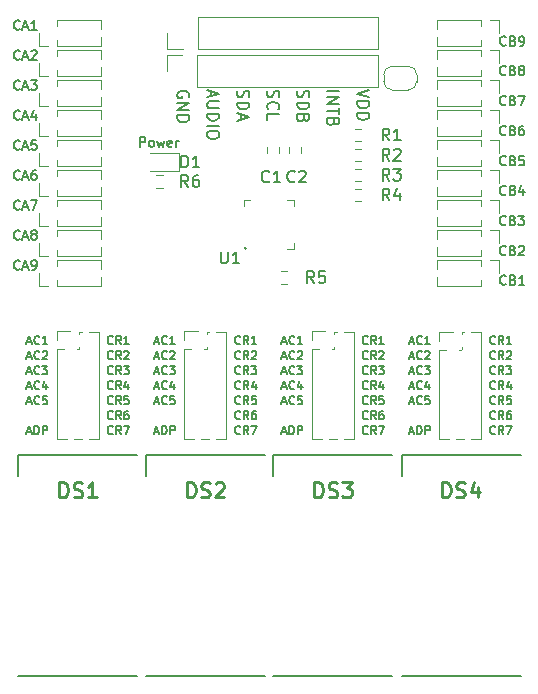
<source format=gbr>
%TF.GenerationSoftware,KiCad,Pcbnew,(6.0.10)*%
%TF.CreationDate,2023-01-31T16:55:15+01:00*%
%TF.ProjectId,LTP-305_dev_board,4c54502d-3330-4355-9f64-65765f626f61,rev?*%
%TF.SameCoordinates,Original*%
%TF.FileFunction,Legend,Top*%
%TF.FilePolarity,Positive*%
%FSLAX46Y46*%
G04 Gerber Fmt 4.6, Leading zero omitted, Abs format (unit mm)*
G04 Created by KiCad (PCBNEW (6.0.10)) date 2023-01-31 16:55:15*
%MOMM*%
%LPD*%
G01*
G04 APERTURE LIST*
%ADD10C,0.150000*%
%ADD11C,0.254000*%
%ADD12C,0.200000*%
%ADD13C,0.120000*%
%ADD14C,0.160000*%
G04 APERTURE END LIST*
D10*
X168062333Y-80260000D02*
X168029000Y-80293333D01*
X167929000Y-80326666D01*
X167862333Y-80326666D01*
X167762333Y-80293333D01*
X167695666Y-80226666D01*
X167662333Y-80160000D01*
X167629000Y-80026666D01*
X167629000Y-79926666D01*
X167662333Y-79793333D01*
X167695666Y-79726666D01*
X167762333Y-79660000D01*
X167862333Y-79626666D01*
X167929000Y-79626666D01*
X168029000Y-79660000D01*
X168062333Y-79693333D01*
X168762333Y-80326666D02*
X168529000Y-79993333D01*
X168362333Y-80326666D02*
X168362333Y-79626666D01*
X168629000Y-79626666D01*
X168695666Y-79660000D01*
X168729000Y-79693333D01*
X168762333Y-79760000D01*
X168762333Y-79860000D01*
X168729000Y-79926666D01*
X168695666Y-79960000D01*
X168629000Y-79993333D01*
X168362333Y-79993333D01*
X168995666Y-79626666D02*
X169462333Y-79626666D01*
X169162333Y-80326666D01*
X168062333Y-73910000D02*
X168029000Y-73943333D01*
X167929000Y-73976666D01*
X167862333Y-73976666D01*
X167762333Y-73943333D01*
X167695666Y-73876666D01*
X167662333Y-73810000D01*
X167629000Y-73676666D01*
X167629000Y-73576666D01*
X167662333Y-73443333D01*
X167695666Y-73376666D01*
X167762333Y-73310000D01*
X167862333Y-73276666D01*
X167929000Y-73276666D01*
X168029000Y-73310000D01*
X168062333Y-73343333D01*
X168762333Y-73976666D02*
X168529000Y-73643333D01*
X168362333Y-73976666D02*
X168362333Y-73276666D01*
X168629000Y-73276666D01*
X168695666Y-73310000D01*
X168729000Y-73343333D01*
X168762333Y-73410000D01*
X168762333Y-73510000D01*
X168729000Y-73576666D01*
X168695666Y-73610000D01*
X168629000Y-73643333D01*
X168362333Y-73643333D01*
X169029000Y-73343333D02*
X169062333Y-73310000D01*
X169129000Y-73276666D01*
X169295666Y-73276666D01*
X169362333Y-73310000D01*
X169395666Y-73343333D01*
X169429000Y-73410000D01*
X169429000Y-73476666D01*
X169395666Y-73576666D01*
X168995666Y-73976666D01*
X169429000Y-73976666D01*
X168062333Y-72640000D02*
X168029000Y-72673333D01*
X167929000Y-72706666D01*
X167862333Y-72706666D01*
X167762333Y-72673333D01*
X167695666Y-72606666D01*
X167662333Y-72540000D01*
X167629000Y-72406666D01*
X167629000Y-72306666D01*
X167662333Y-72173333D01*
X167695666Y-72106666D01*
X167762333Y-72040000D01*
X167862333Y-72006666D01*
X167929000Y-72006666D01*
X168029000Y-72040000D01*
X168062333Y-72073333D01*
X168762333Y-72706666D02*
X168529000Y-72373333D01*
X168362333Y-72706666D02*
X168362333Y-72006666D01*
X168629000Y-72006666D01*
X168695666Y-72040000D01*
X168729000Y-72073333D01*
X168762333Y-72140000D01*
X168762333Y-72240000D01*
X168729000Y-72306666D01*
X168695666Y-72340000D01*
X168629000Y-72373333D01*
X168362333Y-72373333D01*
X169429000Y-72706666D02*
X169029000Y-72706666D01*
X169229000Y-72706666D02*
X169229000Y-72006666D01*
X169162333Y-72106666D01*
X169095666Y-72173333D01*
X169029000Y-72206666D01*
X168062333Y-78990000D02*
X168029000Y-79023333D01*
X167929000Y-79056666D01*
X167862333Y-79056666D01*
X167762333Y-79023333D01*
X167695666Y-78956666D01*
X167662333Y-78890000D01*
X167629000Y-78756666D01*
X167629000Y-78656666D01*
X167662333Y-78523333D01*
X167695666Y-78456666D01*
X167762333Y-78390000D01*
X167862333Y-78356666D01*
X167929000Y-78356666D01*
X168029000Y-78390000D01*
X168062333Y-78423333D01*
X168762333Y-79056666D02*
X168529000Y-78723333D01*
X168362333Y-79056666D02*
X168362333Y-78356666D01*
X168629000Y-78356666D01*
X168695666Y-78390000D01*
X168729000Y-78423333D01*
X168762333Y-78490000D01*
X168762333Y-78590000D01*
X168729000Y-78656666D01*
X168695666Y-78690000D01*
X168629000Y-78723333D01*
X168362333Y-78723333D01*
X169362333Y-78356666D02*
X169229000Y-78356666D01*
X169162333Y-78390000D01*
X169129000Y-78423333D01*
X169062333Y-78523333D01*
X169029000Y-78656666D01*
X169029000Y-78923333D01*
X169062333Y-78990000D01*
X169095666Y-79023333D01*
X169162333Y-79056666D01*
X169295666Y-79056666D01*
X169362333Y-79023333D01*
X169395666Y-78990000D01*
X169429000Y-78923333D01*
X169429000Y-78756666D01*
X169395666Y-78690000D01*
X169362333Y-78656666D01*
X169295666Y-78623333D01*
X169162333Y-78623333D01*
X169095666Y-78656666D01*
X169062333Y-78690000D01*
X169029000Y-78756666D01*
X168062333Y-77720000D02*
X168029000Y-77753333D01*
X167929000Y-77786666D01*
X167862333Y-77786666D01*
X167762333Y-77753333D01*
X167695666Y-77686666D01*
X167662333Y-77620000D01*
X167629000Y-77486666D01*
X167629000Y-77386666D01*
X167662333Y-77253333D01*
X167695666Y-77186666D01*
X167762333Y-77120000D01*
X167862333Y-77086666D01*
X167929000Y-77086666D01*
X168029000Y-77120000D01*
X168062333Y-77153333D01*
X168762333Y-77786666D02*
X168529000Y-77453333D01*
X168362333Y-77786666D02*
X168362333Y-77086666D01*
X168629000Y-77086666D01*
X168695666Y-77120000D01*
X168729000Y-77153333D01*
X168762333Y-77220000D01*
X168762333Y-77320000D01*
X168729000Y-77386666D01*
X168695666Y-77420000D01*
X168629000Y-77453333D01*
X168362333Y-77453333D01*
X169395666Y-77086666D02*
X169062333Y-77086666D01*
X169029000Y-77420000D01*
X169062333Y-77386666D01*
X169129000Y-77353333D01*
X169295666Y-77353333D01*
X169362333Y-77386666D01*
X169395666Y-77420000D01*
X169429000Y-77486666D01*
X169429000Y-77653333D01*
X169395666Y-77720000D01*
X169362333Y-77753333D01*
X169295666Y-77786666D01*
X169129000Y-77786666D01*
X169062333Y-77753333D01*
X169029000Y-77720000D01*
X168062333Y-76450000D02*
X168029000Y-76483333D01*
X167929000Y-76516666D01*
X167862333Y-76516666D01*
X167762333Y-76483333D01*
X167695666Y-76416666D01*
X167662333Y-76350000D01*
X167629000Y-76216666D01*
X167629000Y-76116666D01*
X167662333Y-75983333D01*
X167695666Y-75916666D01*
X167762333Y-75850000D01*
X167862333Y-75816666D01*
X167929000Y-75816666D01*
X168029000Y-75850000D01*
X168062333Y-75883333D01*
X168762333Y-76516666D02*
X168529000Y-76183333D01*
X168362333Y-76516666D02*
X168362333Y-75816666D01*
X168629000Y-75816666D01*
X168695666Y-75850000D01*
X168729000Y-75883333D01*
X168762333Y-75950000D01*
X168762333Y-76050000D01*
X168729000Y-76116666D01*
X168695666Y-76150000D01*
X168629000Y-76183333D01*
X168362333Y-76183333D01*
X169362333Y-76050000D02*
X169362333Y-76516666D01*
X169195666Y-75783333D02*
X169029000Y-76283333D01*
X169462333Y-76283333D01*
X168062333Y-75180000D02*
X168029000Y-75213333D01*
X167929000Y-75246666D01*
X167862333Y-75246666D01*
X167762333Y-75213333D01*
X167695666Y-75146666D01*
X167662333Y-75080000D01*
X167629000Y-74946666D01*
X167629000Y-74846666D01*
X167662333Y-74713333D01*
X167695666Y-74646666D01*
X167762333Y-74580000D01*
X167862333Y-74546666D01*
X167929000Y-74546666D01*
X168029000Y-74580000D01*
X168062333Y-74613333D01*
X168762333Y-75246666D02*
X168529000Y-74913333D01*
X168362333Y-75246666D02*
X168362333Y-74546666D01*
X168629000Y-74546666D01*
X168695666Y-74580000D01*
X168729000Y-74613333D01*
X168762333Y-74680000D01*
X168762333Y-74780000D01*
X168729000Y-74846666D01*
X168695666Y-74880000D01*
X168629000Y-74913333D01*
X168362333Y-74913333D01*
X168995666Y-74546666D02*
X169429000Y-74546666D01*
X169195666Y-74813333D01*
X169295666Y-74813333D01*
X169362333Y-74846666D01*
X169395666Y-74880000D01*
X169429000Y-74946666D01*
X169429000Y-75113333D01*
X169395666Y-75180000D01*
X169362333Y-75213333D01*
X169295666Y-75246666D01*
X169095666Y-75246666D01*
X169029000Y-75213333D01*
X168995666Y-75180000D01*
X157267333Y-75180000D02*
X157234000Y-75213333D01*
X157134000Y-75246666D01*
X157067333Y-75246666D01*
X156967333Y-75213333D01*
X156900666Y-75146666D01*
X156867333Y-75080000D01*
X156834000Y-74946666D01*
X156834000Y-74846666D01*
X156867333Y-74713333D01*
X156900666Y-74646666D01*
X156967333Y-74580000D01*
X157067333Y-74546666D01*
X157134000Y-74546666D01*
X157234000Y-74580000D01*
X157267333Y-74613333D01*
X157967333Y-75246666D02*
X157734000Y-74913333D01*
X157567333Y-75246666D02*
X157567333Y-74546666D01*
X157834000Y-74546666D01*
X157900666Y-74580000D01*
X157934000Y-74613333D01*
X157967333Y-74680000D01*
X157967333Y-74780000D01*
X157934000Y-74846666D01*
X157900666Y-74880000D01*
X157834000Y-74913333D01*
X157567333Y-74913333D01*
X158200666Y-74546666D02*
X158634000Y-74546666D01*
X158400666Y-74813333D01*
X158500666Y-74813333D01*
X158567333Y-74846666D01*
X158600666Y-74880000D01*
X158634000Y-74946666D01*
X158634000Y-75113333D01*
X158600666Y-75180000D01*
X158567333Y-75213333D01*
X158500666Y-75246666D01*
X158300666Y-75246666D01*
X158234000Y-75213333D01*
X158200666Y-75180000D01*
X157267333Y-77720000D02*
X157234000Y-77753333D01*
X157134000Y-77786666D01*
X157067333Y-77786666D01*
X156967333Y-77753333D01*
X156900666Y-77686666D01*
X156867333Y-77620000D01*
X156834000Y-77486666D01*
X156834000Y-77386666D01*
X156867333Y-77253333D01*
X156900666Y-77186666D01*
X156967333Y-77120000D01*
X157067333Y-77086666D01*
X157134000Y-77086666D01*
X157234000Y-77120000D01*
X157267333Y-77153333D01*
X157967333Y-77786666D02*
X157734000Y-77453333D01*
X157567333Y-77786666D02*
X157567333Y-77086666D01*
X157834000Y-77086666D01*
X157900666Y-77120000D01*
X157934000Y-77153333D01*
X157967333Y-77220000D01*
X157967333Y-77320000D01*
X157934000Y-77386666D01*
X157900666Y-77420000D01*
X157834000Y-77453333D01*
X157567333Y-77453333D01*
X158600666Y-77086666D02*
X158267333Y-77086666D01*
X158234000Y-77420000D01*
X158267333Y-77386666D01*
X158334000Y-77353333D01*
X158500666Y-77353333D01*
X158567333Y-77386666D01*
X158600666Y-77420000D01*
X158634000Y-77486666D01*
X158634000Y-77653333D01*
X158600666Y-77720000D01*
X158567333Y-77753333D01*
X158500666Y-77786666D01*
X158334000Y-77786666D01*
X158267333Y-77753333D01*
X158234000Y-77720000D01*
X157267333Y-76450000D02*
X157234000Y-76483333D01*
X157134000Y-76516666D01*
X157067333Y-76516666D01*
X156967333Y-76483333D01*
X156900666Y-76416666D01*
X156867333Y-76350000D01*
X156834000Y-76216666D01*
X156834000Y-76116666D01*
X156867333Y-75983333D01*
X156900666Y-75916666D01*
X156967333Y-75850000D01*
X157067333Y-75816666D01*
X157134000Y-75816666D01*
X157234000Y-75850000D01*
X157267333Y-75883333D01*
X157967333Y-76516666D02*
X157734000Y-76183333D01*
X157567333Y-76516666D02*
X157567333Y-75816666D01*
X157834000Y-75816666D01*
X157900666Y-75850000D01*
X157934000Y-75883333D01*
X157967333Y-75950000D01*
X157967333Y-76050000D01*
X157934000Y-76116666D01*
X157900666Y-76150000D01*
X157834000Y-76183333D01*
X157567333Y-76183333D01*
X158567333Y-76050000D02*
X158567333Y-76516666D01*
X158400666Y-75783333D02*
X158234000Y-76283333D01*
X158667333Y-76283333D01*
X157267333Y-80260000D02*
X157234000Y-80293333D01*
X157134000Y-80326666D01*
X157067333Y-80326666D01*
X156967333Y-80293333D01*
X156900666Y-80226666D01*
X156867333Y-80160000D01*
X156834000Y-80026666D01*
X156834000Y-79926666D01*
X156867333Y-79793333D01*
X156900666Y-79726666D01*
X156967333Y-79660000D01*
X157067333Y-79626666D01*
X157134000Y-79626666D01*
X157234000Y-79660000D01*
X157267333Y-79693333D01*
X157967333Y-80326666D02*
X157734000Y-79993333D01*
X157567333Y-80326666D02*
X157567333Y-79626666D01*
X157834000Y-79626666D01*
X157900666Y-79660000D01*
X157934000Y-79693333D01*
X157967333Y-79760000D01*
X157967333Y-79860000D01*
X157934000Y-79926666D01*
X157900666Y-79960000D01*
X157834000Y-79993333D01*
X157567333Y-79993333D01*
X158200666Y-79626666D02*
X158667333Y-79626666D01*
X158367333Y-80326666D01*
X157267333Y-78990000D02*
X157234000Y-79023333D01*
X157134000Y-79056666D01*
X157067333Y-79056666D01*
X156967333Y-79023333D01*
X156900666Y-78956666D01*
X156867333Y-78890000D01*
X156834000Y-78756666D01*
X156834000Y-78656666D01*
X156867333Y-78523333D01*
X156900666Y-78456666D01*
X156967333Y-78390000D01*
X157067333Y-78356666D01*
X157134000Y-78356666D01*
X157234000Y-78390000D01*
X157267333Y-78423333D01*
X157967333Y-79056666D02*
X157734000Y-78723333D01*
X157567333Y-79056666D02*
X157567333Y-78356666D01*
X157834000Y-78356666D01*
X157900666Y-78390000D01*
X157934000Y-78423333D01*
X157967333Y-78490000D01*
X157967333Y-78590000D01*
X157934000Y-78656666D01*
X157900666Y-78690000D01*
X157834000Y-78723333D01*
X157567333Y-78723333D01*
X158567333Y-78356666D02*
X158434000Y-78356666D01*
X158367333Y-78390000D01*
X158334000Y-78423333D01*
X158267333Y-78523333D01*
X158234000Y-78656666D01*
X158234000Y-78923333D01*
X158267333Y-78990000D01*
X158300666Y-79023333D01*
X158367333Y-79056666D01*
X158500666Y-79056666D01*
X158567333Y-79023333D01*
X158600666Y-78990000D01*
X158634000Y-78923333D01*
X158634000Y-78756666D01*
X158600666Y-78690000D01*
X158567333Y-78656666D01*
X158500666Y-78623333D01*
X158367333Y-78623333D01*
X158300666Y-78656666D01*
X158267333Y-78690000D01*
X158234000Y-78756666D01*
X157267333Y-73910000D02*
X157234000Y-73943333D01*
X157134000Y-73976666D01*
X157067333Y-73976666D01*
X156967333Y-73943333D01*
X156900666Y-73876666D01*
X156867333Y-73810000D01*
X156834000Y-73676666D01*
X156834000Y-73576666D01*
X156867333Y-73443333D01*
X156900666Y-73376666D01*
X156967333Y-73310000D01*
X157067333Y-73276666D01*
X157134000Y-73276666D01*
X157234000Y-73310000D01*
X157267333Y-73343333D01*
X157967333Y-73976666D02*
X157734000Y-73643333D01*
X157567333Y-73976666D02*
X157567333Y-73276666D01*
X157834000Y-73276666D01*
X157900666Y-73310000D01*
X157934000Y-73343333D01*
X157967333Y-73410000D01*
X157967333Y-73510000D01*
X157934000Y-73576666D01*
X157900666Y-73610000D01*
X157834000Y-73643333D01*
X157567333Y-73643333D01*
X158234000Y-73343333D02*
X158267333Y-73310000D01*
X158334000Y-73276666D01*
X158500666Y-73276666D01*
X158567333Y-73310000D01*
X158600666Y-73343333D01*
X158634000Y-73410000D01*
X158634000Y-73476666D01*
X158600666Y-73576666D01*
X158200666Y-73976666D01*
X158634000Y-73976666D01*
X157267333Y-72640000D02*
X157234000Y-72673333D01*
X157134000Y-72706666D01*
X157067333Y-72706666D01*
X156967333Y-72673333D01*
X156900666Y-72606666D01*
X156867333Y-72540000D01*
X156834000Y-72406666D01*
X156834000Y-72306666D01*
X156867333Y-72173333D01*
X156900666Y-72106666D01*
X156967333Y-72040000D01*
X157067333Y-72006666D01*
X157134000Y-72006666D01*
X157234000Y-72040000D01*
X157267333Y-72073333D01*
X157967333Y-72706666D02*
X157734000Y-72373333D01*
X157567333Y-72706666D02*
X157567333Y-72006666D01*
X157834000Y-72006666D01*
X157900666Y-72040000D01*
X157934000Y-72073333D01*
X157967333Y-72140000D01*
X157967333Y-72240000D01*
X157934000Y-72306666D01*
X157900666Y-72340000D01*
X157834000Y-72373333D01*
X157567333Y-72373333D01*
X158634000Y-72706666D02*
X158234000Y-72706666D01*
X158434000Y-72706666D02*
X158434000Y-72006666D01*
X158367333Y-72106666D01*
X158300666Y-72173333D01*
X158234000Y-72206666D01*
X146472333Y-76450000D02*
X146439000Y-76483333D01*
X146339000Y-76516666D01*
X146272333Y-76516666D01*
X146172333Y-76483333D01*
X146105666Y-76416666D01*
X146072333Y-76350000D01*
X146039000Y-76216666D01*
X146039000Y-76116666D01*
X146072333Y-75983333D01*
X146105666Y-75916666D01*
X146172333Y-75850000D01*
X146272333Y-75816666D01*
X146339000Y-75816666D01*
X146439000Y-75850000D01*
X146472333Y-75883333D01*
X147172333Y-76516666D02*
X146939000Y-76183333D01*
X146772333Y-76516666D02*
X146772333Y-75816666D01*
X147039000Y-75816666D01*
X147105666Y-75850000D01*
X147139000Y-75883333D01*
X147172333Y-75950000D01*
X147172333Y-76050000D01*
X147139000Y-76116666D01*
X147105666Y-76150000D01*
X147039000Y-76183333D01*
X146772333Y-76183333D01*
X147772333Y-76050000D02*
X147772333Y-76516666D01*
X147605666Y-75783333D02*
X147439000Y-76283333D01*
X147872333Y-76283333D01*
X146472333Y-80260000D02*
X146439000Y-80293333D01*
X146339000Y-80326666D01*
X146272333Y-80326666D01*
X146172333Y-80293333D01*
X146105666Y-80226666D01*
X146072333Y-80160000D01*
X146039000Y-80026666D01*
X146039000Y-79926666D01*
X146072333Y-79793333D01*
X146105666Y-79726666D01*
X146172333Y-79660000D01*
X146272333Y-79626666D01*
X146339000Y-79626666D01*
X146439000Y-79660000D01*
X146472333Y-79693333D01*
X147172333Y-80326666D02*
X146939000Y-79993333D01*
X146772333Y-80326666D02*
X146772333Y-79626666D01*
X147039000Y-79626666D01*
X147105666Y-79660000D01*
X147139000Y-79693333D01*
X147172333Y-79760000D01*
X147172333Y-79860000D01*
X147139000Y-79926666D01*
X147105666Y-79960000D01*
X147039000Y-79993333D01*
X146772333Y-79993333D01*
X147405666Y-79626666D02*
X147872333Y-79626666D01*
X147572333Y-80326666D01*
X146472333Y-77720000D02*
X146439000Y-77753333D01*
X146339000Y-77786666D01*
X146272333Y-77786666D01*
X146172333Y-77753333D01*
X146105666Y-77686666D01*
X146072333Y-77620000D01*
X146039000Y-77486666D01*
X146039000Y-77386666D01*
X146072333Y-77253333D01*
X146105666Y-77186666D01*
X146172333Y-77120000D01*
X146272333Y-77086666D01*
X146339000Y-77086666D01*
X146439000Y-77120000D01*
X146472333Y-77153333D01*
X147172333Y-77786666D02*
X146939000Y-77453333D01*
X146772333Y-77786666D02*
X146772333Y-77086666D01*
X147039000Y-77086666D01*
X147105666Y-77120000D01*
X147139000Y-77153333D01*
X147172333Y-77220000D01*
X147172333Y-77320000D01*
X147139000Y-77386666D01*
X147105666Y-77420000D01*
X147039000Y-77453333D01*
X146772333Y-77453333D01*
X147805666Y-77086666D02*
X147472333Y-77086666D01*
X147439000Y-77420000D01*
X147472333Y-77386666D01*
X147539000Y-77353333D01*
X147705666Y-77353333D01*
X147772333Y-77386666D01*
X147805666Y-77420000D01*
X147839000Y-77486666D01*
X147839000Y-77653333D01*
X147805666Y-77720000D01*
X147772333Y-77753333D01*
X147705666Y-77786666D01*
X147539000Y-77786666D01*
X147472333Y-77753333D01*
X147439000Y-77720000D01*
X146472333Y-78990000D02*
X146439000Y-79023333D01*
X146339000Y-79056666D01*
X146272333Y-79056666D01*
X146172333Y-79023333D01*
X146105666Y-78956666D01*
X146072333Y-78890000D01*
X146039000Y-78756666D01*
X146039000Y-78656666D01*
X146072333Y-78523333D01*
X146105666Y-78456666D01*
X146172333Y-78390000D01*
X146272333Y-78356666D01*
X146339000Y-78356666D01*
X146439000Y-78390000D01*
X146472333Y-78423333D01*
X147172333Y-79056666D02*
X146939000Y-78723333D01*
X146772333Y-79056666D02*
X146772333Y-78356666D01*
X147039000Y-78356666D01*
X147105666Y-78390000D01*
X147139000Y-78423333D01*
X147172333Y-78490000D01*
X147172333Y-78590000D01*
X147139000Y-78656666D01*
X147105666Y-78690000D01*
X147039000Y-78723333D01*
X146772333Y-78723333D01*
X147772333Y-78356666D02*
X147639000Y-78356666D01*
X147572333Y-78390000D01*
X147539000Y-78423333D01*
X147472333Y-78523333D01*
X147439000Y-78656666D01*
X147439000Y-78923333D01*
X147472333Y-78990000D01*
X147505666Y-79023333D01*
X147572333Y-79056666D01*
X147705666Y-79056666D01*
X147772333Y-79023333D01*
X147805666Y-78990000D01*
X147839000Y-78923333D01*
X147839000Y-78756666D01*
X147805666Y-78690000D01*
X147772333Y-78656666D01*
X147705666Y-78623333D01*
X147572333Y-78623333D01*
X147505666Y-78656666D01*
X147472333Y-78690000D01*
X147439000Y-78756666D01*
X146472333Y-73910000D02*
X146439000Y-73943333D01*
X146339000Y-73976666D01*
X146272333Y-73976666D01*
X146172333Y-73943333D01*
X146105666Y-73876666D01*
X146072333Y-73810000D01*
X146039000Y-73676666D01*
X146039000Y-73576666D01*
X146072333Y-73443333D01*
X146105666Y-73376666D01*
X146172333Y-73310000D01*
X146272333Y-73276666D01*
X146339000Y-73276666D01*
X146439000Y-73310000D01*
X146472333Y-73343333D01*
X147172333Y-73976666D02*
X146939000Y-73643333D01*
X146772333Y-73976666D02*
X146772333Y-73276666D01*
X147039000Y-73276666D01*
X147105666Y-73310000D01*
X147139000Y-73343333D01*
X147172333Y-73410000D01*
X147172333Y-73510000D01*
X147139000Y-73576666D01*
X147105666Y-73610000D01*
X147039000Y-73643333D01*
X146772333Y-73643333D01*
X147439000Y-73343333D02*
X147472333Y-73310000D01*
X147539000Y-73276666D01*
X147705666Y-73276666D01*
X147772333Y-73310000D01*
X147805666Y-73343333D01*
X147839000Y-73410000D01*
X147839000Y-73476666D01*
X147805666Y-73576666D01*
X147405666Y-73976666D01*
X147839000Y-73976666D01*
X146472333Y-75180000D02*
X146439000Y-75213333D01*
X146339000Y-75246666D01*
X146272333Y-75246666D01*
X146172333Y-75213333D01*
X146105666Y-75146666D01*
X146072333Y-75080000D01*
X146039000Y-74946666D01*
X146039000Y-74846666D01*
X146072333Y-74713333D01*
X146105666Y-74646666D01*
X146172333Y-74580000D01*
X146272333Y-74546666D01*
X146339000Y-74546666D01*
X146439000Y-74580000D01*
X146472333Y-74613333D01*
X147172333Y-75246666D02*
X146939000Y-74913333D01*
X146772333Y-75246666D02*
X146772333Y-74546666D01*
X147039000Y-74546666D01*
X147105666Y-74580000D01*
X147139000Y-74613333D01*
X147172333Y-74680000D01*
X147172333Y-74780000D01*
X147139000Y-74846666D01*
X147105666Y-74880000D01*
X147039000Y-74913333D01*
X146772333Y-74913333D01*
X147405666Y-74546666D02*
X147839000Y-74546666D01*
X147605666Y-74813333D01*
X147705666Y-74813333D01*
X147772333Y-74846666D01*
X147805666Y-74880000D01*
X147839000Y-74946666D01*
X147839000Y-75113333D01*
X147805666Y-75180000D01*
X147772333Y-75213333D01*
X147705666Y-75246666D01*
X147505666Y-75246666D01*
X147439000Y-75213333D01*
X147405666Y-75180000D01*
X146472333Y-72640000D02*
X146439000Y-72673333D01*
X146339000Y-72706666D01*
X146272333Y-72706666D01*
X146172333Y-72673333D01*
X146105666Y-72606666D01*
X146072333Y-72540000D01*
X146039000Y-72406666D01*
X146039000Y-72306666D01*
X146072333Y-72173333D01*
X146105666Y-72106666D01*
X146172333Y-72040000D01*
X146272333Y-72006666D01*
X146339000Y-72006666D01*
X146439000Y-72040000D01*
X146472333Y-72073333D01*
X147172333Y-72706666D02*
X146939000Y-72373333D01*
X146772333Y-72706666D02*
X146772333Y-72006666D01*
X147039000Y-72006666D01*
X147105666Y-72040000D01*
X147139000Y-72073333D01*
X147172333Y-72140000D01*
X147172333Y-72240000D01*
X147139000Y-72306666D01*
X147105666Y-72340000D01*
X147039000Y-72373333D01*
X146772333Y-72373333D01*
X147839000Y-72706666D02*
X147439000Y-72706666D01*
X147639000Y-72706666D02*
X147639000Y-72006666D01*
X147572333Y-72106666D01*
X147505666Y-72173333D01*
X147439000Y-72206666D01*
X135677333Y-80260000D02*
X135644000Y-80293333D01*
X135544000Y-80326666D01*
X135477333Y-80326666D01*
X135377333Y-80293333D01*
X135310666Y-80226666D01*
X135277333Y-80160000D01*
X135244000Y-80026666D01*
X135244000Y-79926666D01*
X135277333Y-79793333D01*
X135310666Y-79726666D01*
X135377333Y-79660000D01*
X135477333Y-79626666D01*
X135544000Y-79626666D01*
X135644000Y-79660000D01*
X135677333Y-79693333D01*
X136377333Y-80326666D02*
X136144000Y-79993333D01*
X135977333Y-80326666D02*
X135977333Y-79626666D01*
X136244000Y-79626666D01*
X136310666Y-79660000D01*
X136344000Y-79693333D01*
X136377333Y-79760000D01*
X136377333Y-79860000D01*
X136344000Y-79926666D01*
X136310666Y-79960000D01*
X136244000Y-79993333D01*
X135977333Y-79993333D01*
X136610666Y-79626666D02*
X137077333Y-79626666D01*
X136777333Y-80326666D01*
X135677333Y-78990000D02*
X135644000Y-79023333D01*
X135544000Y-79056666D01*
X135477333Y-79056666D01*
X135377333Y-79023333D01*
X135310666Y-78956666D01*
X135277333Y-78890000D01*
X135244000Y-78756666D01*
X135244000Y-78656666D01*
X135277333Y-78523333D01*
X135310666Y-78456666D01*
X135377333Y-78390000D01*
X135477333Y-78356666D01*
X135544000Y-78356666D01*
X135644000Y-78390000D01*
X135677333Y-78423333D01*
X136377333Y-79056666D02*
X136144000Y-78723333D01*
X135977333Y-79056666D02*
X135977333Y-78356666D01*
X136244000Y-78356666D01*
X136310666Y-78390000D01*
X136344000Y-78423333D01*
X136377333Y-78490000D01*
X136377333Y-78590000D01*
X136344000Y-78656666D01*
X136310666Y-78690000D01*
X136244000Y-78723333D01*
X135977333Y-78723333D01*
X136977333Y-78356666D02*
X136844000Y-78356666D01*
X136777333Y-78390000D01*
X136744000Y-78423333D01*
X136677333Y-78523333D01*
X136644000Y-78656666D01*
X136644000Y-78923333D01*
X136677333Y-78990000D01*
X136710666Y-79023333D01*
X136777333Y-79056666D01*
X136910666Y-79056666D01*
X136977333Y-79023333D01*
X137010666Y-78990000D01*
X137044000Y-78923333D01*
X137044000Y-78756666D01*
X137010666Y-78690000D01*
X136977333Y-78656666D01*
X136910666Y-78623333D01*
X136777333Y-78623333D01*
X136710666Y-78656666D01*
X136677333Y-78690000D01*
X136644000Y-78756666D01*
X135677333Y-77720000D02*
X135644000Y-77753333D01*
X135544000Y-77786666D01*
X135477333Y-77786666D01*
X135377333Y-77753333D01*
X135310666Y-77686666D01*
X135277333Y-77620000D01*
X135244000Y-77486666D01*
X135244000Y-77386666D01*
X135277333Y-77253333D01*
X135310666Y-77186666D01*
X135377333Y-77120000D01*
X135477333Y-77086666D01*
X135544000Y-77086666D01*
X135644000Y-77120000D01*
X135677333Y-77153333D01*
X136377333Y-77786666D02*
X136144000Y-77453333D01*
X135977333Y-77786666D02*
X135977333Y-77086666D01*
X136244000Y-77086666D01*
X136310666Y-77120000D01*
X136344000Y-77153333D01*
X136377333Y-77220000D01*
X136377333Y-77320000D01*
X136344000Y-77386666D01*
X136310666Y-77420000D01*
X136244000Y-77453333D01*
X135977333Y-77453333D01*
X137010666Y-77086666D02*
X136677333Y-77086666D01*
X136644000Y-77420000D01*
X136677333Y-77386666D01*
X136744000Y-77353333D01*
X136910666Y-77353333D01*
X136977333Y-77386666D01*
X137010666Y-77420000D01*
X137044000Y-77486666D01*
X137044000Y-77653333D01*
X137010666Y-77720000D01*
X136977333Y-77753333D01*
X136910666Y-77786666D01*
X136744000Y-77786666D01*
X136677333Y-77753333D01*
X136644000Y-77720000D01*
X135677333Y-76450000D02*
X135644000Y-76483333D01*
X135544000Y-76516666D01*
X135477333Y-76516666D01*
X135377333Y-76483333D01*
X135310666Y-76416666D01*
X135277333Y-76350000D01*
X135244000Y-76216666D01*
X135244000Y-76116666D01*
X135277333Y-75983333D01*
X135310666Y-75916666D01*
X135377333Y-75850000D01*
X135477333Y-75816666D01*
X135544000Y-75816666D01*
X135644000Y-75850000D01*
X135677333Y-75883333D01*
X136377333Y-76516666D02*
X136144000Y-76183333D01*
X135977333Y-76516666D02*
X135977333Y-75816666D01*
X136244000Y-75816666D01*
X136310666Y-75850000D01*
X136344000Y-75883333D01*
X136377333Y-75950000D01*
X136377333Y-76050000D01*
X136344000Y-76116666D01*
X136310666Y-76150000D01*
X136244000Y-76183333D01*
X135977333Y-76183333D01*
X136977333Y-76050000D02*
X136977333Y-76516666D01*
X136810666Y-75783333D02*
X136644000Y-76283333D01*
X137077333Y-76283333D01*
X135677333Y-75180000D02*
X135644000Y-75213333D01*
X135544000Y-75246666D01*
X135477333Y-75246666D01*
X135377333Y-75213333D01*
X135310666Y-75146666D01*
X135277333Y-75080000D01*
X135244000Y-74946666D01*
X135244000Y-74846666D01*
X135277333Y-74713333D01*
X135310666Y-74646666D01*
X135377333Y-74580000D01*
X135477333Y-74546666D01*
X135544000Y-74546666D01*
X135644000Y-74580000D01*
X135677333Y-74613333D01*
X136377333Y-75246666D02*
X136144000Y-74913333D01*
X135977333Y-75246666D02*
X135977333Y-74546666D01*
X136244000Y-74546666D01*
X136310666Y-74580000D01*
X136344000Y-74613333D01*
X136377333Y-74680000D01*
X136377333Y-74780000D01*
X136344000Y-74846666D01*
X136310666Y-74880000D01*
X136244000Y-74913333D01*
X135977333Y-74913333D01*
X136610666Y-74546666D02*
X137044000Y-74546666D01*
X136810666Y-74813333D01*
X136910666Y-74813333D01*
X136977333Y-74846666D01*
X137010666Y-74880000D01*
X137044000Y-74946666D01*
X137044000Y-75113333D01*
X137010666Y-75180000D01*
X136977333Y-75213333D01*
X136910666Y-75246666D01*
X136710666Y-75246666D01*
X136644000Y-75213333D01*
X136610666Y-75180000D01*
X135677333Y-73910000D02*
X135644000Y-73943333D01*
X135544000Y-73976666D01*
X135477333Y-73976666D01*
X135377333Y-73943333D01*
X135310666Y-73876666D01*
X135277333Y-73810000D01*
X135244000Y-73676666D01*
X135244000Y-73576666D01*
X135277333Y-73443333D01*
X135310666Y-73376666D01*
X135377333Y-73310000D01*
X135477333Y-73276666D01*
X135544000Y-73276666D01*
X135644000Y-73310000D01*
X135677333Y-73343333D01*
X136377333Y-73976666D02*
X136144000Y-73643333D01*
X135977333Y-73976666D02*
X135977333Y-73276666D01*
X136244000Y-73276666D01*
X136310666Y-73310000D01*
X136344000Y-73343333D01*
X136377333Y-73410000D01*
X136377333Y-73510000D01*
X136344000Y-73576666D01*
X136310666Y-73610000D01*
X136244000Y-73643333D01*
X135977333Y-73643333D01*
X136644000Y-73343333D02*
X136677333Y-73310000D01*
X136744000Y-73276666D01*
X136910666Y-73276666D01*
X136977333Y-73310000D01*
X137010666Y-73343333D01*
X137044000Y-73410000D01*
X137044000Y-73476666D01*
X137010666Y-73576666D01*
X136610666Y-73976666D01*
X137044000Y-73976666D01*
X135677333Y-72640000D02*
X135644000Y-72673333D01*
X135544000Y-72706666D01*
X135477333Y-72706666D01*
X135377333Y-72673333D01*
X135310666Y-72606666D01*
X135277333Y-72540000D01*
X135244000Y-72406666D01*
X135244000Y-72306666D01*
X135277333Y-72173333D01*
X135310666Y-72106666D01*
X135377333Y-72040000D01*
X135477333Y-72006666D01*
X135544000Y-72006666D01*
X135644000Y-72040000D01*
X135677333Y-72073333D01*
X136377333Y-72706666D02*
X136144000Y-72373333D01*
X135977333Y-72706666D02*
X135977333Y-72006666D01*
X136244000Y-72006666D01*
X136310666Y-72040000D01*
X136344000Y-72073333D01*
X136377333Y-72140000D01*
X136377333Y-72240000D01*
X136344000Y-72306666D01*
X136310666Y-72340000D01*
X136244000Y-72373333D01*
X135977333Y-72373333D01*
X137044000Y-72706666D02*
X136644000Y-72706666D01*
X136844000Y-72706666D02*
X136844000Y-72006666D01*
X136777333Y-72106666D01*
X136710666Y-72173333D01*
X136644000Y-72206666D01*
X160821000Y-76316666D02*
X161154333Y-76316666D01*
X160754333Y-76516666D02*
X160987666Y-75816666D01*
X161221000Y-76516666D01*
X161854333Y-76450000D02*
X161821000Y-76483333D01*
X161721000Y-76516666D01*
X161654333Y-76516666D01*
X161554333Y-76483333D01*
X161487666Y-76416666D01*
X161454333Y-76350000D01*
X161421000Y-76216666D01*
X161421000Y-76116666D01*
X161454333Y-75983333D01*
X161487666Y-75916666D01*
X161554333Y-75850000D01*
X161654333Y-75816666D01*
X161721000Y-75816666D01*
X161821000Y-75850000D01*
X161854333Y-75883333D01*
X162454333Y-76050000D02*
X162454333Y-76516666D01*
X162287666Y-75783333D02*
X162121000Y-76283333D01*
X162554333Y-76283333D01*
X160804333Y-80126666D02*
X161137666Y-80126666D01*
X160737666Y-80326666D02*
X160971000Y-79626666D01*
X161204333Y-80326666D01*
X161437666Y-80326666D02*
X161437666Y-79626666D01*
X161604333Y-79626666D01*
X161704333Y-79660000D01*
X161771000Y-79726666D01*
X161804333Y-79793333D01*
X161837666Y-79926666D01*
X161837666Y-80026666D01*
X161804333Y-80160000D01*
X161771000Y-80226666D01*
X161704333Y-80293333D01*
X161604333Y-80326666D01*
X161437666Y-80326666D01*
X162137666Y-80326666D02*
X162137666Y-79626666D01*
X162404333Y-79626666D01*
X162471000Y-79660000D01*
X162504333Y-79693333D01*
X162537666Y-79760000D01*
X162537666Y-79860000D01*
X162504333Y-79926666D01*
X162471000Y-79960000D01*
X162404333Y-79993333D01*
X162137666Y-79993333D01*
X160821000Y-73776666D02*
X161154333Y-73776666D01*
X160754333Y-73976666D02*
X160987666Y-73276666D01*
X161221000Y-73976666D01*
X161854333Y-73910000D02*
X161821000Y-73943333D01*
X161721000Y-73976666D01*
X161654333Y-73976666D01*
X161554333Y-73943333D01*
X161487666Y-73876666D01*
X161454333Y-73810000D01*
X161421000Y-73676666D01*
X161421000Y-73576666D01*
X161454333Y-73443333D01*
X161487666Y-73376666D01*
X161554333Y-73310000D01*
X161654333Y-73276666D01*
X161721000Y-73276666D01*
X161821000Y-73310000D01*
X161854333Y-73343333D01*
X162121000Y-73343333D02*
X162154333Y-73310000D01*
X162221000Y-73276666D01*
X162387666Y-73276666D01*
X162454333Y-73310000D01*
X162487666Y-73343333D01*
X162521000Y-73410000D01*
X162521000Y-73476666D01*
X162487666Y-73576666D01*
X162087666Y-73976666D01*
X162521000Y-73976666D01*
X160821000Y-77586666D02*
X161154333Y-77586666D01*
X160754333Y-77786666D02*
X160987666Y-77086666D01*
X161221000Y-77786666D01*
X161854333Y-77720000D02*
X161821000Y-77753333D01*
X161721000Y-77786666D01*
X161654333Y-77786666D01*
X161554333Y-77753333D01*
X161487666Y-77686666D01*
X161454333Y-77620000D01*
X161421000Y-77486666D01*
X161421000Y-77386666D01*
X161454333Y-77253333D01*
X161487666Y-77186666D01*
X161554333Y-77120000D01*
X161654333Y-77086666D01*
X161721000Y-77086666D01*
X161821000Y-77120000D01*
X161854333Y-77153333D01*
X162487666Y-77086666D02*
X162154333Y-77086666D01*
X162121000Y-77420000D01*
X162154333Y-77386666D01*
X162221000Y-77353333D01*
X162387666Y-77353333D01*
X162454333Y-77386666D01*
X162487666Y-77420000D01*
X162521000Y-77486666D01*
X162521000Y-77653333D01*
X162487666Y-77720000D01*
X162454333Y-77753333D01*
X162387666Y-77786666D01*
X162221000Y-77786666D01*
X162154333Y-77753333D01*
X162121000Y-77720000D01*
X160821000Y-75046666D02*
X161154333Y-75046666D01*
X160754333Y-75246666D02*
X160987666Y-74546666D01*
X161221000Y-75246666D01*
X161854333Y-75180000D02*
X161821000Y-75213333D01*
X161721000Y-75246666D01*
X161654333Y-75246666D01*
X161554333Y-75213333D01*
X161487666Y-75146666D01*
X161454333Y-75080000D01*
X161421000Y-74946666D01*
X161421000Y-74846666D01*
X161454333Y-74713333D01*
X161487666Y-74646666D01*
X161554333Y-74580000D01*
X161654333Y-74546666D01*
X161721000Y-74546666D01*
X161821000Y-74580000D01*
X161854333Y-74613333D01*
X162087666Y-74546666D02*
X162521000Y-74546666D01*
X162287666Y-74813333D01*
X162387666Y-74813333D01*
X162454333Y-74846666D01*
X162487666Y-74880000D01*
X162521000Y-74946666D01*
X162521000Y-75113333D01*
X162487666Y-75180000D01*
X162454333Y-75213333D01*
X162387666Y-75246666D01*
X162187666Y-75246666D01*
X162121000Y-75213333D01*
X162087666Y-75180000D01*
X160821000Y-72506666D02*
X161154333Y-72506666D01*
X160754333Y-72706666D02*
X160987666Y-72006666D01*
X161221000Y-72706666D01*
X161854333Y-72640000D02*
X161821000Y-72673333D01*
X161721000Y-72706666D01*
X161654333Y-72706666D01*
X161554333Y-72673333D01*
X161487666Y-72606666D01*
X161454333Y-72540000D01*
X161421000Y-72406666D01*
X161421000Y-72306666D01*
X161454333Y-72173333D01*
X161487666Y-72106666D01*
X161554333Y-72040000D01*
X161654333Y-72006666D01*
X161721000Y-72006666D01*
X161821000Y-72040000D01*
X161854333Y-72073333D01*
X162521000Y-72706666D02*
X162121000Y-72706666D01*
X162321000Y-72706666D02*
X162321000Y-72006666D01*
X162254333Y-72106666D01*
X162187666Y-72173333D01*
X162121000Y-72206666D01*
X150026000Y-76316666D02*
X150359333Y-76316666D01*
X149959333Y-76516666D02*
X150192666Y-75816666D01*
X150426000Y-76516666D01*
X151059333Y-76450000D02*
X151026000Y-76483333D01*
X150926000Y-76516666D01*
X150859333Y-76516666D01*
X150759333Y-76483333D01*
X150692666Y-76416666D01*
X150659333Y-76350000D01*
X150626000Y-76216666D01*
X150626000Y-76116666D01*
X150659333Y-75983333D01*
X150692666Y-75916666D01*
X150759333Y-75850000D01*
X150859333Y-75816666D01*
X150926000Y-75816666D01*
X151026000Y-75850000D01*
X151059333Y-75883333D01*
X151659333Y-76050000D02*
X151659333Y-76516666D01*
X151492666Y-75783333D02*
X151326000Y-76283333D01*
X151759333Y-76283333D01*
X150009333Y-80126666D02*
X150342666Y-80126666D01*
X149942666Y-80326666D02*
X150176000Y-79626666D01*
X150409333Y-80326666D01*
X150642666Y-80326666D02*
X150642666Y-79626666D01*
X150809333Y-79626666D01*
X150909333Y-79660000D01*
X150976000Y-79726666D01*
X151009333Y-79793333D01*
X151042666Y-79926666D01*
X151042666Y-80026666D01*
X151009333Y-80160000D01*
X150976000Y-80226666D01*
X150909333Y-80293333D01*
X150809333Y-80326666D01*
X150642666Y-80326666D01*
X151342666Y-80326666D02*
X151342666Y-79626666D01*
X151609333Y-79626666D01*
X151676000Y-79660000D01*
X151709333Y-79693333D01*
X151742666Y-79760000D01*
X151742666Y-79860000D01*
X151709333Y-79926666D01*
X151676000Y-79960000D01*
X151609333Y-79993333D01*
X151342666Y-79993333D01*
X150026000Y-73776666D02*
X150359333Y-73776666D01*
X149959333Y-73976666D02*
X150192666Y-73276666D01*
X150426000Y-73976666D01*
X151059333Y-73910000D02*
X151026000Y-73943333D01*
X150926000Y-73976666D01*
X150859333Y-73976666D01*
X150759333Y-73943333D01*
X150692666Y-73876666D01*
X150659333Y-73810000D01*
X150626000Y-73676666D01*
X150626000Y-73576666D01*
X150659333Y-73443333D01*
X150692666Y-73376666D01*
X150759333Y-73310000D01*
X150859333Y-73276666D01*
X150926000Y-73276666D01*
X151026000Y-73310000D01*
X151059333Y-73343333D01*
X151326000Y-73343333D02*
X151359333Y-73310000D01*
X151426000Y-73276666D01*
X151592666Y-73276666D01*
X151659333Y-73310000D01*
X151692666Y-73343333D01*
X151726000Y-73410000D01*
X151726000Y-73476666D01*
X151692666Y-73576666D01*
X151292666Y-73976666D01*
X151726000Y-73976666D01*
X150026000Y-77586666D02*
X150359333Y-77586666D01*
X149959333Y-77786666D02*
X150192666Y-77086666D01*
X150426000Y-77786666D01*
X151059333Y-77720000D02*
X151026000Y-77753333D01*
X150926000Y-77786666D01*
X150859333Y-77786666D01*
X150759333Y-77753333D01*
X150692666Y-77686666D01*
X150659333Y-77620000D01*
X150626000Y-77486666D01*
X150626000Y-77386666D01*
X150659333Y-77253333D01*
X150692666Y-77186666D01*
X150759333Y-77120000D01*
X150859333Y-77086666D01*
X150926000Y-77086666D01*
X151026000Y-77120000D01*
X151059333Y-77153333D01*
X151692666Y-77086666D02*
X151359333Y-77086666D01*
X151326000Y-77420000D01*
X151359333Y-77386666D01*
X151426000Y-77353333D01*
X151592666Y-77353333D01*
X151659333Y-77386666D01*
X151692666Y-77420000D01*
X151726000Y-77486666D01*
X151726000Y-77653333D01*
X151692666Y-77720000D01*
X151659333Y-77753333D01*
X151592666Y-77786666D01*
X151426000Y-77786666D01*
X151359333Y-77753333D01*
X151326000Y-77720000D01*
X150026000Y-75046666D02*
X150359333Y-75046666D01*
X149959333Y-75246666D02*
X150192666Y-74546666D01*
X150426000Y-75246666D01*
X151059333Y-75180000D02*
X151026000Y-75213333D01*
X150926000Y-75246666D01*
X150859333Y-75246666D01*
X150759333Y-75213333D01*
X150692666Y-75146666D01*
X150659333Y-75080000D01*
X150626000Y-74946666D01*
X150626000Y-74846666D01*
X150659333Y-74713333D01*
X150692666Y-74646666D01*
X150759333Y-74580000D01*
X150859333Y-74546666D01*
X150926000Y-74546666D01*
X151026000Y-74580000D01*
X151059333Y-74613333D01*
X151292666Y-74546666D02*
X151726000Y-74546666D01*
X151492666Y-74813333D01*
X151592666Y-74813333D01*
X151659333Y-74846666D01*
X151692666Y-74880000D01*
X151726000Y-74946666D01*
X151726000Y-75113333D01*
X151692666Y-75180000D01*
X151659333Y-75213333D01*
X151592666Y-75246666D01*
X151392666Y-75246666D01*
X151326000Y-75213333D01*
X151292666Y-75180000D01*
X150026000Y-72506666D02*
X150359333Y-72506666D01*
X149959333Y-72706666D02*
X150192666Y-72006666D01*
X150426000Y-72706666D01*
X151059333Y-72640000D02*
X151026000Y-72673333D01*
X150926000Y-72706666D01*
X150859333Y-72706666D01*
X150759333Y-72673333D01*
X150692666Y-72606666D01*
X150659333Y-72540000D01*
X150626000Y-72406666D01*
X150626000Y-72306666D01*
X150659333Y-72173333D01*
X150692666Y-72106666D01*
X150759333Y-72040000D01*
X150859333Y-72006666D01*
X150926000Y-72006666D01*
X151026000Y-72040000D01*
X151059333Y-72073333D01*
X151726000Y-72706666D02*
X151326000Y-72706666D01*
X151526000Y-72706666D02*
X151526000Y-72006666D01*
X151459333Y-72106666D01*
X151392666Y-72173333D01*
X151326000Y-72206666D01*
X139231000Y-76316666D02*
X139564333Y-76316666D01*
X139164333Y-76516666D02*
X139397666Y-75816666D01*
X139631000Y-76516666D01*
X140264333Y-76450000D02*
X140231000Y-76483333D01*
X140131000Y-76516666D01*
X140064333Y-76516666D01*
X139964333Y-76483333D01*
X139897666Y-76416666D01*
X139864333Y-76350000D01*
X139831000Y-76216666D01*
X139831000Y-76116666D01*
X139864333Y-75983333D01*
X139897666Y-75916666D01*
X139964333Y-75850000D01*
X140064333Y-75816666D01*
X140131000Y-75816666D01*
X140231000Y-75850000D01*
X140264333Y-75883333D01*
X140864333Y-76050000D02*
X140864333Y-76516666D01*
X140697666Y-75783333D02*
X140531000Y-76283333D01*
X140964333Y-76283333D01*
X139214333Y-80126666D02*
X139547666Y-80126666D01*
X139147666Y-80326666D02*
X139381000Y-79626666D01*
X139614333Y-80326666D01*
X139847666Y-80326666D02*
X139847666Y-79626666D01*
X140014333Y-79626666D01*
X140114333Y-79660000D01*
X140181000Y-79726666D01*
X140214333Y-79793333D01*
X140247666Y-79926666D01*
X140247666Y-80026666D01*
X140214333Y-80160000D01*
X140181000Y-80226666D01*
X140114333Y-80293333D01*
X140014333Y-80326666D01*
X139847666Y-80326666D01*
X140547666Y-80326666D02*
X140547666Y-79626666D01*
X140814333Y-79626666D01*
X140881000Y-79660000D01*
X140914333Y-79693333D01*
X140947666Y-79760000D01*
X140947666Y-79860000D01*
X140914333Y-79926666D01*
X140881000Y-79960000D01*
X140814333Y-79993333D01*
X140547666Y-79993333D01*
X139231000Y-73776666D02*
X139564333Y-73776666D01*
X139164333Y-73976666D02*
X139397666Y-73276666D01*
X139631000Y-73976666D01*
X140264333Y-73910000D02*
X140231000Y-73943333D01*
X140131000Y-73976666D01*
X140064333Y-73976666D01*
X139964333Y-73943333D01*
X139897666Y-73876666D01*
X139864333Y-73810000D01*
X139831000Y-73676666D01*
X139831000Y-73576666D01*
X139864333Y-73443333D01*
X139897666Y-73376666D01*
X139964333Y-73310000D01*
X140064333Y-73276666D01*
X140131000Y-73276666D01*
X140231000Y-73310000D01*
X140264333Y-73343333D01*
X140531000Y-73343333D02*
X140564333Y-73310000D01*
X140631000Y-73276666D01*
X140797666Y-73276666D01*
X140864333Y-73310000D01*
X140897666Y-73343333D01*
X140931000Y-73410000D01*
X140931000Y-73476666D01*
X140897666Y-73576666D01*
X140497666Y-73976666D01*
X140931000Y-73976666D01*
X139231000Y-77586666D02*
X139564333Y-77586666D01*
X139164333Y-77786666D02*
X139397666Y-77086666D01*
X139631000Y-77786666D01*
X140264333Y-77720000D02*
X140231000Y-77753333D01*
X140131000Y-77786666D01*
X140064333Y-77786666D01*
X139964333Y-77753333D01*
X139897666Y-77686666D01*
X139864333Y-77620000D01*
X139831000Y-77486666D01*
X139831000Y-77386666D01*
X139864333Y-77253333D01*
X139897666Y-77186666D01*
X139964333Y-77120000D01*
X140064333Y-77086666D01*
X140131000Y-77086666D01*
X140231000Y-77120000D01*
X140264333Y-77153333D01*
X140897666Y-77086666D02*
X140564333Y-77086666D01*
X140531000Y-77420000D01*
X140564333Y-77386666D01*
X140631000Y-77353333D01*
X140797666Y-77353333D01*
X140864333Y-77386666D01*
X140897666Y-77420000D01*
X140931000Y-77486666D01*
X140931000Y-77653333D01*
X140897666Y-77720000D01*
X140864333Y-77753333D01*
X140797666Y-77786666D01*
X140631000Y-77786666D01*
X140564333Y-77753333D01*
X140531000Y-77720000D01*
X139231000Y-75046666D02*
X139564333Y-75046666D01*
X139164333Y-75246666D02*
X139397666Y-74546666D01*
X139631000Y-75246666D01*
X140264333Y-75180000D02*
X140231000Y-75213333D01*
X140131000Y-75246666D01*
X140064333Y-75246666D01*
X139964333Y-75213333D01*
X139897666Y-75146666D01*
X139864333Y-75080000D01*
X139831000Y-74946666D01*
X139831000Y-74846666D01*
X139864333Y-74713333D01*
X139897666Y-74646666D01*
X139964333Y-74580000D01*
X140064333Y-74546666D01*
X140131000Y-74546666D01*
X140231000Y-74580000D01*
X140264333Y-74613333D01*
X140497666Y-74546666D02*
X140931000Y-74546666D01*
X140697666Y-74813333D01*
X140797666Y-74813333D01*
X140864333Y-74846666D01*
X140897666Y-74880000D01*
X140931000Y-74946666D01*
X140931000Y-75113333D01*
X140897666Y-75180000D01*
X140864333Y-75213333D01*
X140797666Y-75246666D01*
X140597666Y-75246666D01*
X140531000Y-75213333D01*
X140497666Y-75180000D01*
X139231000Y-72506666D02*
X139564333Y-72506666D01*
X139164333Y-72706666D02*
X139397666Y-72006666D01*
X139631000Y-72706666D01*
X140264333Y-72640000D02*
X140231000Y-72673333D01*
X140131000Y-72706666D01*
X140064333Y-72706666D01*
X139964333Y-72673333D01*
X139897666Y-72606666D01*
X139864333Y-72540000D01*
X139831000Y-72406666D01*
X139831000Y-72306666D01*
X139864333Y-72173333D01*
X139897666Y-72106666D01*
X139964333Y-72040000D01*
X140064333Y-72006666D01*
X140131000Y-72006666D01*
X140231000Y-72040000D01*
X140264333Y-72073333D01*
X140931000Y-72706666D02*
X140531000Y-72706666D01*
X140731000Y-72706666D02*
X140731000Y-72006666D01*
X140664333Y-72106666D01*
X140597666Y-72173333D01*
X140531000Y-72206666D01*
X128436000Y-77586666D02*
X128769333Y-77586666D01*
X128369333Y-77786666D02*
X128602666Y-77086666D01*
X128836000Y-77786666D01*
X129469333Y-77720000D02*
X129436000Y-77753333D01*
X129336000Y-77786666D01*
X129269333Y-77786666D01*
X129169333Y-77753333D01*
X129102666Y-77686666D01*
X129069333Y-77620000D01*
X129036000Y-77486666D01*
X129036000Y-77386666D01*
X129069333Y-77253333D01*
X129102666Y-77186666D01*
X129169333Y-77120000D01*
X129269333Y-77086666D01*
X129336000Y-77086666D01*
X129436000Y-77120000D01*
X129469333Y-77153333D01*
X130102666Y-77086666D02*
X129769333Y-77086666D01*
X129736000Y-77420000D01*
X129769333Y-77386666D01*
X129836000Y-77353333D01*
X130002666Y-77353333D01*
X130069333Y-77386666D01*
X130102666Y-77420000D01*
X130136000Y-77486666D01*
X130136000Y-77653333D01*
X130102666Y-77720000D01*
X130069333Y-77753333D01*
X130002666Y-77786666D01*
X129836000Y-77786666D01*
X129769333Y-77753333D01*
X129736000Y-77720000D01*
X128436000Y-75046666D02*
X128769333Y-75046666D01*
X128369333Y-75246666D02*
X128602666Y-74546666D01*
X128836000Y-75246666D01*
X129469333Y-75180000D02*
X129436000Y-75213333D01*
X129336000Y-75246666D01*
X129269333Y-75246666D01*
X129169333Y-75213333D01*
X129102666Y-75146666D01*
X129069333Y-75080000D01*
X129036000Y-74946666D01*
X129036000Y-74846666D01*
X129069333Y-74713333D01*
X129102666Y-74646666D01*
X129169333Y-74580000D01*
X129269333Y-74546666D01*
X129336000Y-74546666D01*
X129436000Y-74580000D01*
X129469333Y-74613333D01*
X129702666Y-74546666D02*
X130136000Y-74546666D01*
X129902666Y-74813333D01*
X130002666Y-74813333D01*
X130069333Y-74846666D01*
X130102666Y-74880000D01*
X130136000Y-74946666D01*
X130136000Y-75113333D01*
X130102666Y-75180000D01*
X130069333Y-75213333D01*
X130002666Y-75246666D01*
X129802666Y-75246666D01*
X129736000Y-75213333D01*
X129702666Y-75180000D01*
X128436000Y-73776666D02*
X128769333Y-73776666D01*
X128369333Y-73976666D02*
X128602666Y-73276666D01*
X128836000Y-73976666D01*
X129469333Y-73910000D02*
X129436000Y-73943333D01*
X129336000Y-73976666D01*
X129269333Y-73976666D01*
X129169333Y-73943333D01*
X129102666Y-73876666D01*
X129069333Y-73810000D01*
X129036000Y-73676666D01*
X129036000Y-73576666D01*
X129069333Y-73443333D01*
X129102666Y-73376666D01*
X129169333Y-73310000D01*
X129269333Y-73276666D01*
X129336000Y-73276666D01*
X129436000Y-73310000D01*
X129469333Y-73343333D01*
X129736000Y-73343333D02*
X129769333Y-73310000D01*
X129836000Y-73276666D01*
X130002666Y-73276666D01*
X130069333Y-73310000D01*
X130102666Y-73343333D01*
X130136000Y-73410000D01*
X130136000Y-73476666D01*
X130102666Y-73576666D01*
X129702666Y-73976666D01*
X130136000Y-73976666D01*
X128436000Y-76316666D02*
X128769333Y-76316666D01*
X128369333Y-76516666D02*
X128602666Y-75816666D01*
X128836000Y-76516666D01*
X129469333Y-76450000D02*
X129436000Y-76483333D01*
X129336000Y-76516666D01*
X129269333Y-76516666D01*
X129169333Y-76483333D01*
X129102666Y-76416666D01*
X129069333Y-76350000D01*
X129036000Y-76216666D01*
X129036000Y-76116666D01*
X129069333Y-75983333D01*
X129102666Y-75916666D01*
X129169333Y-75850000D01*
X129269333Y-75816666D01*
X129336000Y-75816666D01*
X129436000Y-75850000D01*
X129469333Y-75883333D01*
X130069333Y-76050000D02*
X130069333Y-76516666D01*
X129902666Y-75783333D02*
X129736000Y-76283333D01*
X130169333Y-76283333D01*
X128419333Y-80126666D02*
X128752666Y-80126666D01*
X128352666Y-80326666D02*
X128586000Y-79626666D01*
X128819333Y-80326666D01*
X129052666Y-80326666D02*
X129052666Y-79626666D01*
X129219333Y-79626666D01*
X129319333Y-79660000D01*
X129386000Y-79726666D01*
X129419333Y-79793333D01*
X129452666Y-79926666D01*
X129452666Y-80026666D01*
X129419333Y-80160000D01*
X129386000Y-80226666D01*
X129319333Y-80293333D01*
X129219333Y-80326666D01*
X129052666Y-80326666D01*
X129752666Y-80326666D02*
X129752666Y-79626666D01*
X130019333Y-79626666D01*
X130086000Y-79660000D01*
X130119333Y-79693333D01*
X130152666Y-79760000D01*
X130152666Y-79860000D01*
X130119333Y-79926666D01*
X130086000Y-79960000D01*
X130019333Y-79993333D01*
X129752666Y-79993333D01*
X128436000Y-72506666D02*
X128769333Y-72506666D01*
X128369333Y-72706666D02*
X128602666Y-72006666D01*
X128836000Y-72706666D01*
X129469333Y-72640000D02*
X129436000Y-72673333D01*
X129336000Y-72706666D01*
X129269333Y-72706666D01*
X129169333Y-72673333D01*
X129102666Y-72606666D01*
X129069333Y-72540000D01*
X129036000Y-72406666D01*
X129036000Y-72306666D01*
X129069333Y-72173333D01*
X129102666Y-72106666D01*
X129169333Y-72040000D01*
X129269333Y-72006666D01*
X129336000Y-72006666D01*
X129436000Y-72040000D01*
X129469333Y-72073333D01*
X130136000Y-72706666D02*
X129736000Y-72706666D01*
X129936000Y-72706666D02*
X129936000Y-72006666D01*
X129869333Y-72106666D01*
X129802666Y-72173333D01*
X129736000Y-72206666D01*
X142105000Y-51809404D02*
X142152619Y-51714166D01*
X142152619Y-51571309D01*
X142105000Y-51428452D01*
X142009761Y-51333214D01*
X141914523Y-51285595D01*
X141724047Y-51237976D01*
X141581190Y-51237976D01*
X141390714Y-51285595D01*
X141295476Y-51333214D01*
X141200238Y-51428452D01*
X141152619Y-51571309D01*
X141152619Y-51666547D01*
X141200238Y-51809404D01*
X141247857Y-51857023D01*
X141581190Y-51857023D01*
X141581190Y-51666547D01*
X141152619Y-52285595D02*
X142152619Y-52285595D01*
X141152619Y-52857023D01*
X142152619Y-52857023D01*
X141152619Y-53333214D02*
X142152619Y-53333214D01*
X142152619Y-53571309D01*
X142105000Y-53714166D01*
X142009761Y-53809404D01*
X141914523Y-53857023D01*
X141724047Y-53904642D01*
X141581190Y-53904642D01*
X141390714Y-53857023D01*
X141295476Y-53809404D01*
X141200238Y-53714166D01*
X141152619Y-53571309D01*
X141152619Y-53333214D01*
X137992047Y-55987904D02*
X137992047Y-55187904D01*
X138296809Y-55187904D01*
X138373000Y-55226000D01*
X138411095Y-55264095D01*
X138449190Y-55340285D01*
X138449190Y-55454571D01*
X138411095Y-55530761D01*
X138373000Y-55568857D01*
X138296809Y-55606952D01*
X137992047Y-55606952D01*
X138906333Y-55987904D02*
X138830142Y-55949809D01*
X138792047Y-55911714D01*
X138753952Y-55835523D01*
X138753952Y-55606952D01*
X138792047Y-55530761D01*
X138830142Y-55492666D01*
X138906333Y-55454571D01*
X139020619Y-55454571D01*
X139096809Y-55492666D01*
X139134904Y-55530761D01*
X139173000Y-55606952D01*
X139173000Y-55835523D01*
X139134904Y-55911714D01*
X139096809Y-55949809D01*
X139020619Y-55987904D01*
X138906333Y-55987904D01*
X139439666Y-55454571D02*
X139592047Y-55987904D01*
X139744428Y-55606952D01*
X139896809Y-55987904D01*
X140049190Y-55454571D01*
X140658714Y-55949809D02*
X140582523Y-55987904D01*
X140430142Y-55987904D01*
X140353952Y-55949809D01*
X140315857Y-55873619D01*
X140315857Y-55568857D01*
X140353952Y-55492666D01*
X140430142Y-55454571D01*
X140582523Y-55454571D01*
X140658714Y-55492666D01*
X140696809Y-55568857D01*
X140696809Y-55645047D01*
X140315857Y-55721238D01*
X141039666Y-55987904D02*
X141039666Y-55454571D01*
X141039666Y-55606952D02*
X141077761Y-55530761D01*
X141115857Y-55492666D01*
X141192047Y-55454571D01*
X141268238Y-55454571D01*
X151360238Y-51237976D02*
X151312619Y-51380833D01*
X151312619Y-51618928D01*
X151360238Y-51714166D01*
X151407857Y-51761785D01*
X151503095Y-51809404D01*
X151598333Y-51809404D01*
X151693571Y-51761785D01*
X151741190Y-51714166D01*
X151788809Y-51618928D01*
X151836428Y-51428452D01*
X151884047Y-51333214D01*
X151931666Y-51285595D01*
X152026904Y-51237976D01*
X152122142Y-51237976D01*
X152217380Y-51285595D01*
X152265000Y-51333214D01*
X152312619Y-51428452D01*
X152312619Y-51666547D01*
X152265000Y-51809404D01*
X151312619Y-52237976D02*
X152312619Y-52237976D01*
X152312619Y-52476071D01*
X152265000Y-52618928D01*
X152169761Y-52714166D01*
X152074523Y-52761785D01*
X151884047Y-52809404D01*
X151741190Y-52809404D01*
X151550714Y-52761785D01*
X151455476Y-52714166D01*
X151360238Y-52618928D01*
X151312619Y-52476071D01*
X151312619Y-52237976D01*
X151836428Y-53571309D02*
X151788809Y-53714166D01*
X151741190Y-53761785D01*
X151645952Y-53809404D01*
X151503095Y-53809404D01*
X151407857Y-53761785D01*
X151360238Y-53714166D01*
X151312619Y-53618928D01*
X151312619Y-53237976D01*
X152312619Y-53237976D01*
X152312619Y-53571309D01*
X152265000Y-53666547D01*
X152217380Y-53714166D01*
X152122142Y-53761785D01*
X152026904Y-53761785D01*
X151931666Y-53714166D01*
X151884047Y-53666547D01*
X151836428Y-53571309D01*
X151836428Y-53237976D01*
X157392619Y-51142738D02*
X156392619Y-51476071D01*
X157392619Y-51809404D01*
X156392619Y-52142738D02*
X157392619Y-52142738D01*
X157392619Y-52380833D01*
X157345000Y-52523690D01*
X157249761Y-52618928D01*
X157154523Y-52666547D01*
X156964047Y-52714166D01*
X156821190Y-52714166D01*
X156630714Y-52666547D01*
X156535476Y-52618928D01*
X156440238Y-52523690D01*
X156392619Y-52380833D01*
X156392619Y-52142738D01*
X156392619Y-53142738D02*
X157392619Y-53142738D01*
X157392619Y-53380833D01*
X157345000Y-53523690D01*
X157249761Y-53618928D01*
X157154523Y-53666547D01*
X156964047Y-53714166D01*
X156821190Y-53714166D01*
X156630714Y-53666547D01*
X156535476Y-53618928D01*
X156440238Y-53523690D01*
X156392619Y-53380833D01*
X156392619Y-53142738D01*
X146280238Y-51237976D02*
X146232619Y-51380833D01*
X146232619Y-51618928D01*
X146280238Y-51714166D01*
X146327857Y-51761785D01*
X146423095Y-51809404D01*
X146518333Y-51809404D01*
X146613571Y-51761785D01*
X146661190Y-51714166D01*
X146708809Y-51618928D01*
X146756428Y-51428452D01*
X146804047Y-51333214D01*
X146851666Y-51285595D01*
X146946904Y-51237976D01*
X147042142Y-51237976D01*
X147137380Y-51285595D01*
X147185000Y-51333214D01*
X147232619Y-51428452D01*
X147232619Y-51666547D01*
X147185000Y-51809404D01*
X146232619Y-52237976D02*
X147232619Y-52237976D01*
X147232619Y-52476071D01*
X147185000Y-52618928D01*
X147089761Y-52714166D01*
X146994523Y-52761785D01*
X146804047Y-52809404D01*
X146661190Y-52809404D01*
X146470714Y-52761785D01*
X146375476Y-52714166D01*
X146280238Y-52618928D01*
X146232619Y-52476071D01*
X146232619Y-52237976D01*
X146518333Y-53190357D02*
X146518333Y-53666547D01*
X146232619Y-53095119D02*
X147232619Y-53428452D01*
X146232619Y-53761785D01*
X148820238Y-51237976D02*
X148772619Y-51380833D01*
X148772619Y-51618928D01*
X148820238Y-51714166D01*
X148867857Y-51761785D01*
X148963095Y-51809404D01*
X149058333Y-51809404D01*
X149153571Y-51761785D01*
X149201190Y-51714166D01*
X149248809Y-51618928D01*
X149296428Y-51428452D01*
X149344047Y-51333214D01*
X149391666Y-51285595D01*
X149486904Y-51237976D01*
X149582142Y-51237976D01*
X149677380Y-51285595D01*
X149725000Y-51333214D01*
X149772619Y-51428452D01*
X149772619Y-51666547D01*
X149725000Y-51809404D01*
X148867857Y-52809404D02*
X148820238Y-52761785D01*
X148772619Y-52618928D01*
X148772619Y-52523690D01*
X148820238Y-52380833D01*
X148915476Y-52285595D01*
X149010714Y-52237976D01*
X149201190Y-52190357D01*
X149344047Y-52190357D01*
X149534523Y-52237976D01*
X149629761Y-52285595D01*
X149725000Y-52380833D01*
X149772619Y-52523690D01*
X149772619Y-52618928D01*
X149725000Y-52761785D01*
X149677380Y-52809404D01*
X148772619Y-53714166D02*
X148772619Y-53237976D01*
X149772619Y-53237976D01*
X143978333Y-51237976D02*
X143978333Y-51714166D01*
X143692619Y-51142738D02*
X144692619Y-51476071D01*
X143692619Y-51809404D01*
X144692619Y-52142738D02*
X143883095Y-52142738D01*
X143787857Y-52190357D01*
X143740238Y-52237976D01*
X143692619Y-52333214D01*
X143692619Y-52523690D01*
X143740238Y-52618928D01*
X143787857Y-52666547D01*
X143883095Y-52714166D01*
X144692619Y-52714166D01*
X143692619Y-53190357D02*
X144692619Y-53190357D01*
X144692619Y-53428452D01*
X144645000Y-53571309D01*
X144549761Y-53666547D01*
X144454523Y-53714166D01*
X144264047Y-53761785D01*
X144121190Y-53761785D01*
X143930714Y-53714166D01*
X143835476Y-53666547D01*
X143740238Y-53571309D01*
X143692619Y-53428452D01*
X143692619Y-53190357D01*
X143692619Y-54190357D02*
X144692619Y-54190357D01*
X144692619Y-54857023D02*
X144692619Y-55047500D01*
X144645000Y-55142738D01*
X144549761Y-55237976D01*
X144359285Y-55285595D01*
X144025952Y-55285595D01*
X143835476Y-55237976D01*
X143740238Y-55142738D01*
X143692619Y-55047500D01*
X143692619Y-54857023D01*
X143740238Y-54761785D01*
X143835476Y-54666547D01*
X144025952Y-54618928D01*
X144359285Y-54618928D01*
X144549761Y-54666547D01*
X144645000Y-54761785D01*
X144692619Y-54857023D01*
X153852619Y-51285595D02*
X154852619Y-51285595D01*
X153852619Y-51761785D02*
X154852619Y-51761785D01*
X153852619Y-52333214D01*
X154852619Y-52333214D01*
X154852619Y-52666547D02*
X154852619Y-53237976D01*
X153852619Y-52952261D02*
X154852619Y-52952261D01*
X154376428Y-53904642D02*
X154328809Y-54047500D01*
X154281190Y-54095119D01*
X154185952Y-54142738D01*
X154043095Y-54142738D01*
X153947857Y-54095119D01*
X153900238Y-54047500D01*
X153852619Y-53952261D01*
X153852619Y-53571309D01*
X154852619Y-53571309D01*
X154852619Y-53904642D01*
X154805000Y-53999880D01*
X154757380Y-54047500D01*
X154662142Y-54095119D01*
X154566904Y-54095119D01*
X154471666Y-54047500D01*
X154424047Y-53999880D01*
X154376428Y-53904642D01*
X154376428Y-53571309D01*
D11*
%TO.C,DS4*%
X163557857Y-85664523D02*
X163557857Y-84394523D01*
X163860238Y-84394523D01*
X164041666Y-84455000D01*
X164162619Y-84575952D01*
X164223095Y-84696904D01*
X164283571Y-84938809D01*
X164283571Y-85120238D01*
X164223095Y-85362142D01*
X164162619Y-85483095D01*
X164041666Y-85604047D01*
X163860238Y-85664523D01*
X163557857Y-85664523D01*
X164767380Y-85604047D02*
X164948809Y-85664523D01*
X165251190Y-85664523D01*
X165372142Y-85604047D01*
X165432619Y-85543571D01*
X165493095Y-85422619D01*
X165493095Y-85301666D01*
X165432619Y-85180714D01*
X165372142Y-85120238D01*
X165251190Y-85059761D01*
X165009285Y-84999285D01*
X164888333Y-84938809D01*
X164827857Y-84878333D01*
X164767380Y-84757380D01*
X164767380Y-84636428D01*
X164827857Y-84515476D01*
X164888333Y-84455000D01*
X165009285Y-84394523D01*
X165311666Y-84394523D01*
X165493095Y-84455000D01*
X166581666Y-84817857D02*
X166581666Y-85664523D01*
X166279285Y-84334047D02*
X165976904Y-85241190D01*
X166763095Y-85241190D01*
%TO.C,DS3*%
X152762857Y-85664523D02*
X152762857Y-84394523D01*
X153065238Y-84394523D01*
X153246666Y-84455000D01*
X153367619Y-84575952D01*
X153428095Y-84696904D01*
X153488571Y-84938809D01*
X153488571Y-85120238D01*
X153428095Y-85362142D01*
X153367619Y-85483095D01*
X153246666Y-85604047D01*
X153065238Y-85664523D01*
X152762857Y-85664523D01*
X153972380Y-85604047D02*
X154153809Y-85664523D01*
X154456190Y-85664523D01*
X154577142Y-85604047D01*
X154637619Y-85543571D01*
X154698095Y-85422619D01*
X154698095Y-85301666D01*
X154637619Y-85180714D01*
X154577142Y-85120238D01*
X154456190Y-85059761D01*
X154214285Y-84999285D01*
X154093333Y-84938809D01*
X154032857Y-84878333D01*
X153972380Y-84757380D01*
X153972380Y-84636428D01*
X154032857Y-84515476D01*
X154093333Y-84455000D01*
X154214285Y-84394523D01*
X154516666Y-84394523D01*
X154698095Y-84455000D01*
X155121428Y-84394523D02*
X155907619Y-84394523D01*
X155484285Y-84878333D01*
X155665714Y-84878333D01*
X155786666Y-84938809D01*
X155847142Y-84999285D01*
X155907619Y-85120238D01*
X155907619Y-85422619D01*
X155847142Y-85543571D01*
X155786666Y-85604047D01*
X155665714Y-85664523D01*
X155302857Y-85664523D01*
X155181904Y-85604047D01*
X155121428Y-85543571D01*
%TO.C,DS2*%
X141967857Y-85664523D02*
X141967857Y-84394523D01*
X142270238Y-84394523D01*
X142451666Y-84455000D01*
X142572619Y-84575952D01*
X142633095Y-84696904D01*
X142693571Y-84938809D01*
X142693571Y-85120238D01*
X142633095Y-85362142D01*
X142572619Y-85483095D01*
X142451666Y-85604047D01*
X142270238Y-85664523D01*
X141967857Y-85664523D01*
X143177380Y-85604047D02*
X143358809Y-85664523D01*
X143661190Y-85664523D01*
X143782142Y-85604047D01*
X143842619Y-85543571D01*
X143903095Y-85422619D01*
X143903095Y-85301666D01*
X143842619Y-85180714D01*
X143782142Y-85120238D01*
X143661190Y-85059761D01*
X143419285Y-84999285D01*
X143298333Y-84938809D01*
X143237857Y-84878333D01*
X143177380Y-84757380D01*
X143177380Y-84636428D01*
X143237857Y-84515476D01*
X143298333Y-84455000D01*
X143419285Y-84394523D01*
X143721666Y-84394523D01*
X143903095Y-84455000D01*
X144386904Y-84515476D02*
X144447380Y-84455000D01*
X144568333Y-84394523D01*
X144870714Y-84394523D01*
X144991666Y-84455000D01*
X145052142Y-84515476D01*
X145112619Y-84636428D01*
X145112619Y-84757380D01*
X145052142Y-84938809D01*
X144326428Y-85664523D01*
X145112619Y-85664523D01*
%TO.C,DS1*%
X131172857Y-85664523D02*
X131172857Y-84394523D01*
X131475238Y-84394523D01*
X131656666Y-84455000D01*
X131777619Y-84575952D01*
X131838095Y-84696904D01*
X131898571Y-84938809D01*
X131898571Y-85120238D01*
X131838095Y-85362142D01*
X131777619Y-85483095D01*
X131656666Y-85604047D01*
X131475238Y-85664523D01*
X131172857Y-85664523D01*
X132382380Y-85604047D02*
X132563809Y-85664523D01*
X132866190Y-85664523D01*
X132987142Y-85604047D01*
X133047619Y-85543571D01*
X133108095Y-85422619D01*
X133108095Y-85301666D01*
X133047619Y-85180714D01*
X132987142Y-85120238D01*
X132866190Y-85059761D01*
X132624285Y-84999285D01*
X132503333Y-84938809D01*
X132442857Y-84878333D01*
X132382380Y-84757380D01*
X132382380Y-84636428D01*
X132442857Y-84515476D01*
X132503333Y-84455000D01*
X132624285Y-84394523D01*
X132926666Y-84394523D01*
X133108095Y-84455000D01*
X134317619Y-85664523D02*
X133591904Y-85664523D01*
X133954761Y-85664523D02*
X133954761Y-84394523D01*
X133833809Y-84575952D01*
X133712857Y-84696904D01*
X133591904Y-84757380D01*
D10*
%TO.C,R4*%
X159114833Y-60523380D02*
X158781500Y-60047190D01*
X158543404Y-60523380D02*
X158543404Y-59523380D01*
X158924357Y-59523380D01*
X159019595Y-59571000D01*
X159067214Y-59618619D01*
X159114833Y-59713857D01*
X159114833Y-59856714D01*
X159067214Y-59951952D01*
X159019595Y-59999571D01*
X158924357Y-60047190D01*
X158543404Y-60047190D01*
X159971976Y-59856714D02*
X159971976Y-60523380D01*
X159733880Y-59475761D02*
X159495785Y-60190047D01*
X160114833Y-60190047D01*
%TO.C,CB3*%
X168966666Y-62535714D02*
X168928571Y-62573809D01*
X168814285Y-62611904D01*
X168738095Y-62611904D01*
X168623809Y-62573809D01*
X168547619Y-62497619D01*
X168509523Y-62421428D01*
X168471428Y-62269047D01*
X168471428Y-62154761D01*
X168509523Y-62002380D01*
X168547619Y-61926190D01*
X168623809Y-61850000D01*
X168738095Y-61811904D01*
X168814285Y-61811904D01*
X168928571Y-61850000D01*
X168966666Y-61888095D01*
X169576190Y-62192857D02*
X169690476Y-62230952D01*
X169728571Y-62269047D01*
X169766666Y-62345238D01*
X169766666Y-62459523D01*
X169728571Y-62535714D01*
X169690476Y-62573809D01*
X169614285Y-62611904D01*
X169309523Y-62611904D01*
X169309523Y-61811904D01*
X169576190Y-61811904D01*
X169652380Y-61850000D01*
X169690476Y-61888095D01*
X169728571Y-61964285D01*
X169728571Y-62040476D01*
X169690476Y-62116666D01*
X169652380Y-62154761D01*
X169576190Y-62192857D01*
X169309523Y-62192857D01*
X170033333Y-61811904D02*
X170528571Y-61811904D01*
X170261904Y-62116666D01*
X170376190Y-62116666D01*
X170452380Y-62154761D01*
X170490476Y-62192857D01*
X170528571Y-62269047D01*
X170528571Y-62459523D01*
X170490476Y-62535714D01*
X170452380Y-62573809D01*
X170376190Y-62611904D01*
X170147619Y-62611904D01*
X170071428Y-62573809D01*
X170033333Y-62535714D01*
%TO.C,CB9*%
X168966666Y-47335714D02*
X168928571Y-47373809D01*
X168814285Y-47411904D01*
X168738095Y-47411904D01*
X168623809Y-47373809D01*
X168547619Y-47297619D01*
X168509523Y-47221428D01*
X168471428Y-47069047D01*
X168471428Y-46954761D01*
X168509523Y-46802380D01*
X168547619Y-46726190D01*
X168623809Y-46650000D01*
X168738095Y-46611904D01*
X168814285Y-46611904D01*
X168928571Y-46650000D01*
X168966666Y-46688095D01*
X169576190Y-46992857D02*
X169690476Y-47030952D01*
X169728571Y-47069047D01*
X169766666Y-47145238D01*
X169766666Y-47259523D01*
X169728571Y-47335714D01*
X169690476Y-47373809D01*
X169614285Y-47411904D01*
X169309523Y-47411904D01*
X169309523Y-46611904D01*
X169576190Y-46611904D01*
X169652380Y-46650000D01*
X169690476Y-46688095D01*
X169728571Y-46764285D01*
X169728571Y-46840476D01*
X169690476Y-46916666D01*
X169652380Y-46954761D01*
X169576190Y-46992857D01*
X169309523Y-46992857D01*
X170147619Y-47411904D02*
X170300000Y-47411904D01*
X170376190Y-47373809D01*
X170414285Y-47335714D01*
X170490476Y-47221428D01*
X170528571Y-47069047D01*
X170528571Y-46764285D01*
X170490476Y-46688095D01*
X170452380Y-46650000D01*
X170376190Y-46611904D01*
X170223809Y-46611904D01*
X170147619Y-46650000D01*
X170109523Y-46688095D01*
X170071428Y-46764285D01*
X170071428Y-46954761D01*
X170109523Y-47030952D01*
X170147619Y-47069047D01*
X170223809Y-47107142D01*
X170376190Y-47107142D01*
X170452380Y-47069047D01*
X170490476Y-47030952D01*
X170528571Y-46954761D01*
%TO.C,CA4*%
X127793809Y-53625714D02*
X127755714Y-53663809D01*
X127641428Y-53701904D01*
X127565238Y-53701904D01*
X127450952Y-53663809D01*
X127374761Y-53587619D01*
X127336666Y-53511428D01*
X127298571Y-53359047D01*
X127298571Y-53244761D01*
X127336666Y-53092380D01*
X127374761Y-53016190D01*
X127450952Y-52940000D01*
X127565238Y-52901904D01*
X127641428Y-52901904D01*
X127755714Y-52940000D01*
X127793809Y-52978095D01*
X128098571Y-53473333D02*
X128479523Y-53473333D01*
X128022380Y-53701904D02*
X128289047Y-52901904D01*
X128555714Y-53701904D01*
X129165238Y-53168571D02*
X129165238Y-53701904D01*
X128974761Y-52863809D02*
X128784285Y-53435238D01*
X129279523Y-53435238D01*
%TO.C,*%
%TO.C,CA3*%
X127793809Y-51085714D02*
X127755714Y-51123809D01*
X127641428Y-51161904D01*
X127565238Y-51161904D01*
X127450952Y-51123809D01*
X127374761Y-51047619D01*
X127336666Y-50971428D01*
X127298571Y-50819047D01*
X127298571Y-50704761D01*
X127336666Y-50552380D01*
X127374761Y-50476190D01*
X127450952Y-50400000D01*
X127565238Y-50361904D01*
X127641428Y-50361904D01*
X127755714Y-50400000D01*
X127793809Y-50438095D01*
X128098571Y-50933333D02*
X128479523Y-50933333D01*
X128022380Y-51161904D02*
X128289047Y-50361904D01*
X128555714Y-51161904D01*
X128746190Y-50361904D02*
X129241428Y-50361904D01*
X128974761Y-50666666D01*
X129089047Y-50666666D01*
X129165238Y-50704761D01*
X129203333Y-50742857D01*
X129241428Y-50819047D01*
X129241428Y-51009523D01*
X129203333Y-51085714D01*
X129165238Y-51123809D01*
X129089047Y-51161904D01*
X128860476Y-51161904D01*
X128784285Y-51123809D01*
X128746190Y-51085714D01*
%TO.C,CA1*%
X127793809Y-46005714D02*
X127755714Y-46043809D01*
X127641428Y-46081904D01*
X127565238Y-46081904D01*
X127450952Y-46043809D01*
X127374761Y-45967619D01*
X127336666Y-45891428D01*
X127298571Y-45739047D01*
X127298571Y-45624761D01*
X127336666Y-45472380D01*
X127374761Y-45396190D01*
X127450952Y-45320000D01*
X127565238Y-45281904D01*
X127641428Y-45281904D01*
X127755714Y-45320000D01*
X127793809Y-45358095D01*
X128098571Y-45853333D02*
X128479523Y-45853333D01*
X128022380Y-46081904D02*
X128289047Y-45281904D01*
X128555714Y-46081904D01*
X129241428Y-46081904D02*
X128784285Y-46081904D01*
X129012857Y-46081904D02*
X129012857Y-45281904D01*
X128936666Y-45396190D01*
X128860476Y-45472380D01*
X128784285Y-45510476D01*
%TO.C,R6*%
X142073333Y-59380380D02*
X141740000Y-58904190D01*
X141501904Y-59380380D02*
X141501904Y-58380380D01*
X141882857Y-58380380D01*
X141978095Y-58428000D01*
X142025714Y-58475619D01*
X142073333Y-58570857D01*
X142073333Y-58713714D01*
X142025714Y-58808952D01*
X141978095Y-58856571D01*
X141882857Y-58904190D01*
X141501904Y-58904190D01*
X142930476Y-58380380D02*
X142740000Y-58380380D01*
X142644761Y-58428000D01*
X142597142Y-58475619D01*
X142501904Y-58618476D01*
X142454285Y-58808952D01*
X142454285Y-59189904D01*
X142501904Y-59285142D01*
X142549523Y-59332761D01*
X142644761Y-59380380D01*
X142835238Y-59380380D01*
X142930476Y-59332761D01*
X142978095Y-59285142D01*
X143025714Y-59189904D01*
X143025714Y-58951809D01*
X142978095Y-58856571D01*
X142930476Y-58808952D01*
X142835238Y-58761333D01*
X142644761Y-58761333D01*
X142549523Y-58808952D01*
X142501904Y-58856571D01*
X142454285Y-58951809D01*
%TO.C,CB4*%
X168966666Y-59985714D02*
X168928571Y-60023809D01*
X168814285Y-60061904D01*
X168738095Y-60061904D01*
X168623809Y-60023809D01*
X168547619Y-59947619D01*
X168509523Y-59871428D01*
X168471428Y-59719047D01*
X168471428Y-59604761D01*
X168509523Y-59452380D01*
X168547619Y-59376190D01*
X168623809Y-59300000D01*
X168738095Y-59261904D01*
X168814285Y-59261904D01*
X168928571Y-59300000D01*
X168966666Y-59338095D01*
X169576190Y-59642857D02*
X169690476Y-59680952D01*
X169728571Y-59719047D01*
X169766666Y-59795238D01*
X169766666Y-59909523D01*
X169728571Y-59985714D01*
X169690476Y-60023809D01*
X169614285Y-60061904D01*
X169309523Y-60061904D01*
X169309523Y-59261904D01*
X169576190Y-59261904D01*
X169652380Y-59300000D01*
X169690476Y-59338095D01*
X169728571Y-59414285D01*
X169728571Y-59490476D01*
X169690476Y-59566666D01*
X169652380Y-59604761D01*
X169576190Y-59642857D01*
X169309523Y-59642857D01*
X170452380Y-59528571D02*
X170452380Y-60061904D01*
X170261904Y-59223809D02*
X170071428Y-59795238D01*
X170566666Y-59795238D01*
%TO.C,CA5*%
X127793809Y-56165714D02*
X127755714Y-56203809D01*
X127641428Y-56241904D01*
X127565238Y-56241904D01*
X127450952Y-56203809D01*
X127374761Y-56127619D01*
X127336666Y-56051428D01*
X127298571Y-55899047D01*
X127298571Y-55784761D01*
X127336666Y-55632380D01*
X127374761Y-55556190D01*
X127450952Y-55480000D01*
X127565238Y-55441904D01*
X127641428Y-55441904D01*
X127755714Y-55480000D01*
X127793809Y-55518095D01*
X128098571Y-56013333D02*
X128479523Y-56013333D01*
X128022380Y-56241904D02*
X128289047Y-55441904D01*
X128555714Y-56241904D01*
X129203333Y-55441904D02*
X128822380Y-55441904D01*
X128784285Y-55822857D01*
X128822380Y-55784761D01*
X128898571Y-55746666D01*
X129089047Y-55746666D01*
X129165238Y-55784761D01*
X129203333Y-55822857D01*
X129241428Y-55899047D01*
X129241428Y-56089523D01*
X129203333Y-56165714D01*
X129165238Y-56203809D01*
X129089047Y-56241904D01*
X128898571Y-56241904D01*
X128822380Y-56203809D01*
X128784285Y-56165714D01*
%TO.C,CB1*%
X168966666Y-67595714D02*
X168928571Y-67633809D01*
X168814285Y-67671904D01*
X168738095Y-67671904D01*
X168623809Y-67633809D01*
X168547619Y-67557619D01*
X168509523Y-67481428D01*
X168471428Y-67329047D01*
X168471428Y-67214761D01*
X168509523Y-67062380D01*
X168547619Y-66986190D01*
X168623809Y-66910000D01*
X168738095Y-66871904D01*
X168814285Y-66871904D01*
X168928571Y-66910000D01*
X168966666Y-66948095D01*
X169576190Y-67252857D02*
X169690476Y-67290952D01*
X169728571Y-67329047D01*
X169766666Y-67405238D01*
X169766666Y-67519523D01*
X169728571Y-67595714D01*
X169690476Y-67633809D01*
X169614285Y-67671904D01*
X169309523Y-67671904D01*
X169309523Y-66871904D01*
X169576190Y-66871904D01*
X169652380Y-66910000D01*
X169690476Y-66948095D01*
X169728571Y-67024285D01*
X169728571Y-67100476D01*
X169690476Y-67176666D01*
X169652380Y-67214761D01*
X169576190Y-67252857D01*
X169309523Y-67252857D01*
X170528571Y-67671904D02*
X170071428Y-67671904D01*
X170300000Y-67671904D02*
X170300000Y-66871904D01*
X170223809Y-66986190D01*
X170147619Y-67062380D01*
X170071428Y-67100476D01*
%TO.C,R2*%
X159114833Y-57158380D02*
X158781500Y-56682190D01*
X158543404Y-57158380D02*
X158543404Y-56158380D01*
X158924357Y-56158380D01*
X159019595Y-56206000D01*
X159067214Y-56253619D01*
X159114833Y-56348857D01*
X159114833Y-56491714D01*
X159067214Y-56586952D01*
X159019595Y-56634571D01*
X158924357Y-56682190D01*
X158543404Y-56682190D01*
X159495785Y-56253619D02*
X159543404Y-56206000D01*
X159638642Y-56158380D01*
X159876738Y-56158380D01*
X159971976Y-56206000D01*
X160019595Y-56253619D01*
X160067214Y-56348857D01*
X160067214Y-56444095D01*
X160019595Y-56586952D01*
X159448166Y-57158380D01*
X160067214Y-57158380D01*
%TO.C,CB6*%
X168966666Y-54935714D02*
X168928571Y-54973809D01*
X168814285Y-55011904D01*
X168738095Y-55011904D01*
X168623809Y-54973809D01*
X168547619Y-54897619D01*
X168509523Y-54821428D01*
X168471428Y-54669047D01*
X168471428Y-54554761D01*
X168509523Y-54402380D01*
X168547619Y-54326190D01*
X168623809Y-54250000D01*
X168738095Y-54211904D01*
X168814285Y-54211904D01*
X168928571Y-54250000D01*
X168966666Y-54288095D01*
X169576190Y-54592857D02*
X169690476Y-54630952D01*
X169728571Y-54669047D01*
X169766666Y-54745238D01*
X169766666Y-54859523D01*
X169728571Y-54935714D01*
X169690476Y-54973809D01*
X169614285Y-55011904D01*
X169309523Y-55011904D01*
X169309523Y-54211904D01*
X169576190Y-54211904D01*
X169652380Y-54250000D01*
X169690476Y-54288095D01*
X169728571Y-54364285D01*
X169728571Y-54440476D01*
X169690476Y-54516666D01*
X169652380Y-54554761D01*
X169576190Y-54592857D01*
X169309523Y-54592857D01*
X170452380Y-54211904D02*
X170300000Y-54211904D01*
X170223809Y-54250000D01*
X170185714Y-54288095D01*
X170109523Y-54402380D01*
X170071428Y-54554761D01*
X170071428Y-54859523D01*
X170109523Y-54935714D01*
X170147619Y-54973809D01*
X170223809Y-55011904D01*
X170376190Y-55011904D01*
X170452380Y-54973809D01*
X170490476Y-54935714D01*
X170528571Y-54859523D01*
X170528571Y-54669047D01*
X170490476Y-54592857D01*
X170452380Y-54554761D01*
X170376190Y-54516666D01*
X170223809Y-54516666D01*
X170147619Y-54554761D01*
X170109523Y-54592857D01*
X170071428Y-54669047D01*
%TO.C,CB2*%
X168966666Y-65085714D02*
X168928571Y-65123809D01*
X168814285Y-65161904D01*
X168738095Y-65161904D01*
X168623809Y-65123809D01*
X168547619Y-65047619D01*
X168509523Y-64971428D01*
X168471428Y-64819047D01*
X168471428Y-64704761D01*
X168509523Y-64552380D01*
X168547619Y-64476190D01*
X168623809Y-64400000D01*
X168738095Y-64361904D01*
X168814285Y-64361904D01*
X168928571Y-64400000D01*
X168966666Y-64438095D01*
X169576190Y-64742857D02*
X169690476Y-64780952D01*
X169728571Y-64819047D01*
X169766666Y-64895238D01*
X169766666Y-65009523D01*
X169728571Y-65085714D01*
X169690476Y-65123809D01*
X169614285Y-65161904D01*
X169309523Y-65161904D01*
X169309523Y-64361904D01*
X169576190Y-64361904D01*
X169652380Y-64400000D01*
X169690476Y-64438095D01*
X169728571Y-64514285D01*
X169728571Y-64590476D01*
X169690476Y-64666666D01*
X169652380Y-64704761D01*
X169576190Y-64742857D01*
X169309523Y-64742857D01*
X170071428Y-64438095D02*
X170109523Y-64400000D01*
X170185714Y-64361904D01*
X170376190Y-64361904D01*
X170452380Y-64400000D01*
X170490476Y-64438095D01*
X170528571Y-64514285D01*
X170528571Y-64590476D01*
X170490476Y-64704761D01*
X170033333Y-65161904D01*
X170528571Y-65161904D01*
%TO.C,R3*%
X159114833Y-58840880D02*
X158781500Y-58364690D01*
X158543404Y-58840880D02*
X158543404Y-57840880D01*
X158924357Y-57840880D01*
X159019595Y-57888500D01*
X159067214Y-57936119D01*
X159114833Y-58031357D01*
X159114833Y-58174214D01*
X159067214Y-58269452D01*
X159019595Y-58317071D01*
X158924357Y-58364690D01*
X158543404Y-58364690D01*
X159448166Y-57840880D02*
X160067214Y-57840880D01*
X159733880Y-58221833D01*
X159876738Y-58221833D01*
X159971976Y-58269452D01*
X160019595Y-58317071D01*
X160067214Y-58412309D01*
X160067214Y-58650404D01*
X160019595Y-58745642D01*
X159971976Y-58793261D01*
X159876738Y-58840880D01*
X159591023Y-58840880D01*
X159495785Y-58793261D01*
X159448166Y-58745642D01*
%TO.C,CA6*%
X127793809Y-58705714D02*
X127755714Y-58743809D01*
X127641428Y-58781904D01*
X127565238Y-58781904D01*
X127450952Y-58743809D01*
X127374761Y-58667619D01*
X127336666Y-58591428D01*
X127298571Y-58439047D01*
X127298571Y-58324761D01*
X127336666Y-58172380D01*
X127374761Y-58096190D01*
X127450952Y-58020000D01*
X127565238Y-57981904D01*
X127641428Y-57981904D01*
X127755714Y-58020000D01*
X127793809Y-58058095D01*
X128098571Y-58553333D02*
X128479523Y-58553333D01*
X128022380Y-58781904D02*
X128289047Y-57981904D01*
X128555714Y-58781904D01*
X129165238Y-57981904D02*
X129012857Y-57981904D01*
X128936666Y-58020000D01*
X128898571Y-58058095D01*
X128822380Y-58172380D01*
X128784285Y-58324761D01*
X128784285Y-58629523D01*
X128822380Y-58705714D01*
X128860476Y-58743809D01*
X128936666Y-58781904D01*
X129089047Y-58781904D01*
X129165238Y-58743809D01*
X129203333Y-58705714D01*
X129241428Y-58629523D01*
X129241428Y-58439047D01*
X129203333Y-58362857D01*
X129165238Y-58324761D01*
X129089047Y-58286666D01*
X128936666Y-58286666D01*
X128860476Y-58324761D01*
X128822380Y-58362857D01*
X128784285Y-58439047D01*
%TO.C,CA7*%
X127793809Y-61245714D02*
X127755714Y-61283809D01*
X127641428Y-61321904D01*
X127565238Y-61321904D01*
X127450952Y-61283809D01*
X127374761Y-61207619D01*
X127336666Y-61131428D01*
X127298571Y-60979047D01*
X127298571Y-60864761D01*
X127336666Y-60712380D01*
X127374761Y-60636190D01*
X127450952Y-60560000D01*
X127565238Y-60521904D01*
X127641428Y-60521904D01*
X127755714Y-60560000D01*
X127793809Y-60598095D01*
X128098571Y-61093333D02*
X128479523Y-61093333D01*
X128022380Y-61321904D02*
X128289047Y-60521904D01*
X128555714Y-61321904D01*
X128746190Y-60521904D02*
X129279523Y-60521904D01*
X128936666Y-61321904D01*
%TO.C,CA8*%
X127793809Y-63785714D02*
X127755714Y-63823809D01*
X127641428Y-63861904D01*
X127565238Y-63861904D01*
X127450952Y-63823809D01*
X127374761Y-63747619D01*
X127336666Y-63671428D01*
X127298571Y-63519047D01*
X127298571Y-63404761D01*
X127336666Y-63252380D01*
X127374761Y-63176190D01*
X127450952Y-63100000D01*
X127565238Y-63061904D01*
X127641428Y-63061904D01*
X127755714Y-63100000D01*
X127793809Y-63138095D01*
X128098571Y-63633333D02*
X128479523Y-63633333D01*
X128022380Y-63861904D02*
X128289047Y-63061904D01*
X128555714Y-63861904D01*
X128936666Y-63404761D02*
X128860476Y-63366666D01*
X128822380Y-63328571D01*
X128784285Y-63252380D01*
X128784285Y-63214285D01*
X128822380Y-63138095D01*
X128860476Y-63100000D01*
X128936666Y-63061904D01*
X129089047Y-63061904D01*
X129165238Y-63100000D01*
X129203333Y-63138095D01*
X129241428Y-63214285D01*
X129241428Y-63252380D01*
X129203333Y-63328571D01*
X129165238Y-63366666D01*
X129089047Y-63404761D01*
X128936666Y-63404761D01*
X128860476Y-63442857D01*
X128822380Y-63480952D01*
X128784285Y-63557142D01*
X128784285Y-63709523D01*
X128822380Y-63785714D01*
X128860476Y-63823809D01*
X128936666Y-63861904D01*
X129089047Y-63861904D01*
X129165238Y-63823809D01*
X129203333Y-63785714D01*
X129241428Y-63709523D01*
X129241428Y-63557142D01*
X129203333Y-63480952D01*
X129165238Y-63442857D01*
X129089047Y-63404761D01*
%TO.C,*%
%TO.C,R1*%
X159094833Y-55443380D02*
X158761500Y-54967190D01*
X158523404Y-55443380D02*
X158523404Y-54443380D01*
X158904357Y-54443380D01*
X158999595Y-54491000D01*
X159047214Y-54538619D01*
X159094833Y-54633857D01*
X159094833Y-54776714D01*
X159047214Y-54871952D01*
X158999595Y-54919571D01*
X158904357Y-54967190D01*
X158523404Y-54967190D01*
X160047214Y-55443380D02*
X159475785Y-55443380D01*
X159761500Y-55443380D02*
X159761500Y-54443380D01*
X159666261Y-54586238D01*
X159571023Y-54681476D01*
X159475785Y-54729095D01*
%TO.C,C1*%
X148931333Y-58904142D02*
X148883714Y-58951761D01*
X148740857Y-58999380D01*
X148645619Y-58999380D01*
X148502761Y-58951761D01*
X148407523Y-58856523D01*
X148359904Y-58761285D01*
X148312285Y-58570809D01*
X148312285Y-58427952D01*
X148359904Y-58237476D01*
X148407523Y-58142238D01*
X148502761Y-58047000D01*
X148645619Y-57999380D01*
X148740857Y-57999380D01*
X148883714Y-58047000D01*
X148931333Y-58094619D01*
X149883714Y-58999380D02*
X149312285Y-58999380D01*
X149598000Y-58999380D02*
X149598000Y-57999380D01*
X149502761Y-58142238D01*
X149407523Y-58237476D01*
X149312285Y-58285095D01*
%TO.C,CB8*%
X168966666Y-49835714D02*
X168928571Y-49873809D01*
X168814285Y-49911904D01*
X168738095Y-49911904D01*
X168623809Y-49873809D01*
X168547619Y-49797619D01*
X168509523Y-49721428D01*
X168471428Y-49569047D01*
X168471428Y-49454761D01*
X168509523Y-49302380D01*
X168547619Y-49226190D01*
X168623809Y-49150000D01*
X168738095Y-49111904D01*
X168814285Y-49111904D01*
X168928571Y-49150000D01*
X168966666Y-49188095D01*
X169576190Y-49492857D02*
X169690476Y-49530952D01*
X169728571Y-49569047D01*
X169766666Y-49645238D01*
X169766666Y-49759523D01*
X169728571Y-49835714D01*
X169690476Y-49873809D01*
X169614285Y-49911904D01*
X169309523Y-49911904D01*
X169309523Y-49111904D01*
X169576190Y-49111904D01*
X169652380Y-49150000D01*
X169690476Y-49188095D01*
X169728571Y-49264285D01*
X169728571Y-49340476D01*
X169690476Y-49416666D01*
X169652380Y-49454761D01*
X169576190Y-49492857D01*
X169309523Y-49492857D01*
X170223809Y-49454761D02*
X170147619Y-49416666D01*
X170109523Y-49378571D01*
X170071428Y-49302380D01*
X170071428Y-49264285D01*
X170109523Y-49188095D01*
X170147619Y-49150000D01*
X170223809Y-49111904D01*
X170376190Y-49111904D01*
X170452380Y-49150000D01*
X170490476Y-49188095D01*
X170528571Y-49264285D01*
X170528571Y-49302380D01*
X170490476Y-49378571D01*
X170452380Y-49416666D01*
X170376190Y-49454761D01*
X170223809Y-49454761D01*
X170147619Y-49492857D01*
X170109523Y-49530952D01*
X170071428Y-49607142D01*
X170071428Y-49759523D01*
X170109523Y-49835714D01*
X170147619Y-49873809D01*
X170223809Y-49911904D01*
X170376190Y-49911904D01*
X170452380Y-49873809D01*
X170490476Y-49835714D01*
X170528571Y-49759523D01*
X170528571Y-49607142D01*
X170490476Y-49530952D01*
X170452380Y-49492857D01*
X170376190Y-49454761D01*
%TO.C,CB5*%
X168966666Y-57485714D02*
X168928571Y-57523809D01*
X168814285Y-57561904D01*
X168738095Y-57561904D01*
X168623809Y-57523809D01*
X168547619Y-57447619D01*
X168509523Y-57371428D01*
X168471428Y-57219047D01*
X168471428Y-57104761D01*
X168509523Y-56952380D01*
X168547619Y-56876190D01*
X168623809Y-56800000D01*
X168738095Y-56761904D01*
X168814285Y-56761904D01*
X168928571Y-56800000D01*
X168966666Y-56838095D01*
X169576190Y-57142857D02*
X169690476Y-57180952D01*
X169728571Y-57219047D01*
X169766666Y-57295238D01*
X169766666Y-57409523D01*
X169728571Y-57485714D01*
X169690476Y-57523809D01*
X169614285Y-57561904D01*
X169309523Y-57561904D01*
X169309523Y-56761904D01*
X169576190Y-56761904D01*
X169652380Y-56800000D01*
X169690476Y-56838095D01*
X169728571Y-56914285D01*
X169728571Y-56990476D01*
X169690476Y-57066666D01*
X169652380Y-57104761D01*
X169576190Y-57142857D01*
X169309523Y-57142857D01*
X170490476Y-56761904D02*
X170109523Y-56761904D01*
X170071428Y-57142857D01*
X170109523Y-57104761D01*
X170185714Y-57066666D01*
X170376190Y-57066666D01*
X170452380Y-57104761D01*
X170490476Y-57142857D01*
X170528571Y-57219047D01*
X170528571Y-57409523D01*
X170490476Y-57485714D01*
X170452380Y-57523809D01*
X170376190Y-57561904D01*
X170185714Y-57561904D01*
X170109523Y-57523809D01*
X170071428Y-57485714D01*
%TO.C,C2*%
X151090333Y-58904142D02*
X151042714Y-58951761D01*
X150899857Y-58999380D01*
X150804619Y-58999380D01*
X150661761Y-58951761D01*
X150566523Y-58856523D01*
X150518904Y-58761285D01*
X150471285Y-58570809D01*
X150471285Y-58427952D01*
X150518904Y-58237476D01*
X150566523Y-58142238D01*
X150661761Y-58047000D01*
X150804619Y-57999380D01*
X150899857Y-57999380D01*
X151042714Y-58047000D01*
X151090333Y-58094619D01*
X151471285Y-58094619D02*
X151518904Y-58047000D01*
X151614142Y-57999380D01*
X151852238Y-57999380D01*
X151947476Y-58047000D01*
X151995095Y-58094619D01*
X152042714Y-58189857D01*
X152042714Y-58285095D01*
X151995095Y-58427952D01*
X151423666Y-58999380D01*
X152042714Y-58999380D01*
%TO.C,CA2*%
X127793809Y-48545714D02*
X127755714Y-48583809D01*
X127641428Y-48621904D01*
X127565238Y-48621904D01*
X127450952Y-48583809D01*
X127374761Y-48507619D01*
X127336666Y-48431428D01*
X127298571Y-48279047D01*
X127298571Y-48164761D01*
X127336666Y-48012380D01*
X127374761Y-47936190D01*
X127450952Y-47860000D01*
X127565238Y-47821904D01*
X127641428Y-47821904D01*
X127755714Y-47860000D01*
X127793809Y-47898095D01*
X128098571Y-48393333D02*
X128479523Y-48393333D01*
X128022380Y-48621904D02*
X128289047Y-47821904D01*
X128555714Y-48621904D01*
X128784285Y-47898095D02*
X128822380Y-47860000D01*
X128898571Y-47821904D01*
X129089047Y-47821904D01*
X129165238Y-47860000D01*
X129203333Y-47898095D01*
X129241428Y-47974285D01*
X129241428Y-48050476D01*
X129203333Y-48164761D01*
X128746190Y-48621904D01*
X129241428Y-48621904D01*
%TO.C,U1*%
X144838095Y-64857380D02*
X144838095Y-65666904D01*
X144885714Y-65762142D01*
X144933333Y-65809761D01*
X145028571Y-65857380D01*
X145219047Y-65857380D01*
X145314285Y-65809761D01*
X145361904Y-65762142D01*
X145409523Y-65666904D01*
X145409523Y-64857380D01*
X146409523Y-65857380D02*
X145838095Y-65857380D01*
X146123809Y-65857380D02*
X146123809Y-64857380D01*
X146028571Y-65000238D01*
X145933333Y-65095476D01*
X145838095Y-65143095D01*
%TO.C,R5*%
X152741333Y-67508380D02*
X152408000Y-67032190D01*
X152169904Y-67508380D02*
X152169904Y-66508380D01*
X152550857Y-66508380D01*
X152646095Y-66556000D01*
X152693714Y-66603619D01*
X152741333Y-66698857D01*
X152741333Y-66841714D01*
X152693714Y-66936952D01*
X152646095Y-66984571D01*
X152550857Y-67032190D01*
X152169904Y-67032190D01*
X153646095Y-66508380D02*
X153169904Y-66508380D01*
X153122285Y-66984571D01*
X153169904Y-66936952D01*
X153265142Y-66889333D01*
X153503238Y-66889333D01*
X153598476Y-66936952D01*
X153646095Y-66984571D01*
X153693714Y-67079809D01*
X153693714Y-67317904D01*
X153646095Y-67413142D01*
X153598476Y-67460761D01*
X153503238Y-67508380D01*
X153265142Y-67508380D01*
X153169904Y-67460761D01*
X153122285Y-67413142D01*
%TO.C,D1*%
X141501904Y-57729380D02*
X141501904Y-56729380D01*
X141740000Y-56729380D01*
X141882857Y-56777000D01*
X141978095Y-56872238D01*
X142025714Y-56967476D01*
X142073333Y-57157952D01*
X142073333Y-57300809D01*
X142025714Y-57491285D01*
X141978095Y-57586523D01*
X141882857Y-57681761D01*
X141740000Y-57729380D01*
X141501904Y-57729380D01*
X143025714Y-57729380D02*
X142454285Y-57729380D01*
X142740000Y-57729380D02*
X142740000Y-56729380D01*
X142644761Y-56872238D01*
X142549523Y-56967476D01*
X142454285Y-57015095D01*
%TO.C,CA9*%
X127793809Y-66325714D02*
X127755714Y-66363809D01*
X127641428Y-66401904D01*
X127565238Y-66401904D01*
X127450952Y-66363809D01*
X127374761Y-66287619D01*
X127336666Y-66211428D01*
X127298571Y-66059047D01*
X127298571Y-65944761D01*
X127336666Y-65792380D01*
X127374761Y-65716190D01*
X127450952Y-65640000D01*
X127565238Y-65601904D01*
X127641428Y-65601904D01*
X127755714Y-65640000D01*
X127793809Y-65678095D01*
X128098571Y-66173333D02*
X128479523Y-66173333D01*
X128022380Y-66401904D02*
X128289047Y-65601904D01*
X128555714Y-66401904D01*
X128860476Y-66401904D02*
X129012857Y-66401904D01*
X129089047Y-66363809D01*
X129127142Y-66325714D01*
X129203333Y-66211428D01*
X129241428Y-66059047D01*
X129241428Y-65754285D01*
X129203333Y-65678095D01*
X129165238Y-65640000D01*
X129089047Y-65601904D01*
X128936666Y-65601904D01*
X128860476Y-65640000D01*
X128822380Y-65678095D01*
X128784285Y-65754285D01*
X128784285Y-65944761D01*
X128822380Y-66020952D01*
X128860476Y-66059047D01*
X128936666Y-66097142D01*
X129089047Y-66097142D01*
X129165238Y-66059047D01*
X129203333Y-66020952D01*
X129241428Y-65944761D01*
%TO.C,CB7*%
X168966666Y-52385714D02*
X168928571Y-52423809D01*
X168814285Y-52461904D01*
X168738095Y-52461904D01*
X168623809Y-52423809D01*
X168547619Y-52347619D01*
X168509523Y-52271428D01*
X168471428Y-52119047D01*
X168471428Y-52004761D01*
X168509523Y-51852380D01*
X168547619Y-51776190D01*
X168623809Y-51700000D01*
X168738095Y-51661904D01*
X168814285Y-51661904D01*
X168928571Y-51700000D01*
X168966666Y-51738095D01*
X169576190Y-52042857D02*
X169690476Y-52080952D01*
X169728571Y-52119047D01*
X169766666Y-52195238D01*
X169766666Y-52309523D01*
X169728571Y-52385714D01*
X169690476Y-52423809D01*
X169614285Y-52461904D01*
X169309523Y-52461904D01*
X169309523Y-51661904D01*
X169576190Y-51661904D01*
X169652380Y-51700000D01*
X169690476Y-51738095D01*
X169728571Y-51814285D01*
X169728571Y-51890476D01*
X169690476Y-51966666D01*
X169652380Y-52004761D01*
X169576190Y-52042857D01*
X169309523Y-52042857D01*
X170033333Y-51661904D02*
X170566666Y-51661904D01*
X170223809Y-52461904D01*
D12*
%TO.C,DS4*%
X160202000Y-82065000D02*
X160202000Y-83820000D01*
X170252000Y-82065000D02*
X160202000Y-82065000D01*
X160202000Y-100815000D02*
X170252000Y-100815000D01*
%TO.C,DS3*%
X149280000Y-82065000D02*
X149280000Y-83820000D01*
X159330000Y-82065000D02*
X149280000Y-82065000D01*
X149280000Y-100815000D02*
X159330000Y-100815000D01*
%TO.C,DS2*%
X138485000Y-82065000D02*
X138485000Y-83820000D01*
X148535000Y-82065000D02*
X138485000Y-82065000D01*
X138485000Y-100815000D02*
X148535000Y-100815000D01*
%TO.C,DS1*%
X127690000Y-82065000D02*
X127690000Y-83820000D01*
X137740000Y-82065000D02*
X127690000Y-82065000D01*
X127690000Y-100815000D02*
X137740000Y-100815000D01*
D13*
%TO.C,R4*%
X156718724Y-60593500D02*
X156209276Y-60593500D01*
X156718724Y-59548500D02*
X156209276Y-59548500D01*
%TO.C,J6*%
X142857500Y-50905000D02*
X158157500Y-50905000D01*
X158157500Y-50905000D02*
X158157500Y-48245000D01*
X142857500Y-50905000D02*
X142857500Y-48245000D01*
X142857500Y-48245000D02*
X158157500Y-48245000D01*
X140257500Y-48245000D02*
X141587500Y-48245000D01*
X140257500Y-49575000D02*
X140257500Y-48245000D01*
%TO.C,CB3*%
X166880000Y-60485000D02*
X166880000Y-61031529D01*
X166880000Y-60485000D02*
X163135000Y-60485000D01*
X167640000Y-60485000D02*
X168400000Y-60485000D01*
X163135000Y-60485000D02*
X163135000Y-61287470D01*
X163135000Y-61902530D02*
X163135000Y-62705000D01*
X168400000Y-60485000D02*
X168400000Y-61595000D01*
X166880000Y-62705000D02*
X163135000Y-62705000D01*
X166880000Y-62158471D02*
X166880000Y-62705000D01*
%TO.C,J3*%
X154440000Y-71811529D02*
X154440000Y-71680000D01*
X152550000Y-72375000D02*
X152550000Y-71615000D01*
X154440000Y-71680000D02*
X154642470Y-71680000D01*
X156080000Y-71680000D02*
X156080000Y-80690000D01*
X154243471Y-73135000D02*
X154386529Y-73135000D01*
X152550000Y-73135000D02*
X152550000Y-80690000D01*
X152550000Y-80690000D02*
X153372470Y-80690000D01*
X152550000Y-71615000D02*
X153680000Y-71615000D01*
X153987530Y-80690000D02*
X154642470Y-80690000D01*
X155257530Y-71680000D02*
X156080000Y-71680000D01*
X152550000Y-73135000D02*
X153116529Y-73135000D01*
X154440000Y-73081529D02*
X154440000Y-72938471D01*
X155257530Y-80690000D02*
X156080000Y-80690000D01*
%TO.C,CB9*%
X166880000Y-45245000D02*
X166880000Y-45791529D01*
X168400000Y-45245000D02*
X168400000Y-46355000D01*
X166880000Y-46918471D02*
X166880000Y-47465000D01*
X163135000Y-45245000D02*
X163135000Y-46047470D01*
X166880000Y-47465000D02*
X163135000Y-47465000D01*
X166880000Y-45245000D02*
X163135000Y-45245000D01*
X163135000Y-46662530D02*
X163135000Y-47465000D01*
X167640000Y-45245000D02*
X168400000Y-45245000D01*
%TO.C,CA4*%
X134680000Y-55085000D02*
X134680000Y-54282530D01*
X130175000Y-55085000D02*
X129415000Y-55085000D01*
X130935000Y-55085000D02*
X134680000Y-55085000D01*
X130935000Y-53411529D02*
X130935000Y-52865000D01*
X134680000Y-53667470D02*
X134680000Y-52865000D01*
X130935000Y-55085000D02*
X130935000Y-54538471D01*
X130935000Y-52865000D02*
X134680000Y-52865000D01*
X129415000Y-55085000D02*
X129415000Y-53975000D01*
%TO.C,J2*%
X143448471Y-73135000D02*
X143591529Y-73135000D01*
X141755000Y-80690000D02*
X142577470Y-80690000D01*
X143645000Y-73081529D02*
X143645000Y-72938471D01*
X141755000Y-73135000D02*
X141755000Y-80690000D01*
X145285000Y-71680000D02*
X145285000Y-80690000D01*
X141755000Y-72375000D02*
X141755000Y-71615000D01*
X141755000Y-71615000D02*
X142885000Y-71615000D01*
X144462530Y-71680000D02*
X145285000Y-71680000D01*
X143645000Y-71680000D02*
X143847470Y-71680000D01*
X141755000Y-73135000D02*
X142321529Y-73135000D01*
X144462530Y-80690000D02*
X145285000Y-80690000D01*
X143192530Y-80690000D02*
X143847470Y-80690000D01*
X143645000Y-71811529D02*
X143645000Y-71680000D01*
%TO.C,CA3*%
X130935000Y-50325000D02*
X134680000Y-50325000D01*
X130175000Y-52545000D02*
X129415000Y-52545000D01*
X130935000Y-52545000D02*
X134680000Y-52545000D01*
X134680000Y-51127470D02*
X134680000Y-50325000D01*
X134680000Y-52545000D02*
X134680000Y-51742530D01*
X130935000Y-52545000D02*
X130935000Y-51998471D01*
X130935000Y-50871529D02*
X130935000Y-50325000D01*
X129415000Y-52545000D02*
X129415000Y-51435000D01*
%TO.C,CA1*%
X134680000Y-46047470D02*
X134680000Y-45245000D01*
X134680000Y-47465000D02*
X134680000Y-46662530D01*
X129415000Y-47465000D02*
X129415000Y-46355000D01*
X130935000Y-47465000D02*
X130935000Y-46918471D01*
X130175000Y-47465000D02*
X129415000Y-47465000D01*
X130935000Y-45245000D02*
X134680000Y-45245000D01*
X130935000Y-47465000D02*
X134680000Y-47465000D01*
X130935000Y-45791529D02*
X130935000Y-45245000D01*
%TO.C,R6*%
X139897224Y-59450500D02*
X139387776Y-59450500D01*
X139897224Y-58405500D02*
X139387776Y-58405500D01*
%TO.C,CB4*%
X163135000Y-57945000D02*
X163135000Y-58747470D01*
X168400000Y-57945000D02*
X168400000Y-59055000D01*
X167640000Y-57945000D02*
X168400000Y-57945000D01*
X166880000Y-57945000D02*
X166880000Y-58491529D01*
X163135000Y-59362530D02*
X163135000Y-60165000D01*
X166880000Y-59618471D02*
X166880000Y-60165000D01*
X166880000Y-57945000D02*
X163135000Y-57945000D01*
X166880000Y-60165000D02*
X163135000Y-60165000D01*
%TO.C,CA5*%
X130175000Y-57625000D02*
X129415000Y-57625000D01*
X130935000Y-55951529D02*
X130935000Y-55405000D01*
X129415000Y-57625000D02*
X129415000Y-56515000D01*
X134680000Y-57625000D02*
X134680000Y-56822530D01*
X134680000Y-56207470D02*
X134680000Y-55405000D01*
X130935000Y-57625000D02*
X134680000Y-57625000D01*
X130935000Y-55405000D02*
X134680000Y-55405000D01*
X130935000Y-57625000D02*
X130935000Y-57078471D01*
%TO.C,J1*%
X130960000Y-72375000D02*
X130960000Y-71615000D01*
X130960000Y-80690000D02*
X131782470Y-80690000D01*
X130960000Y-71615000D02*
X132090000Y-71615000D01*
X132653471Y-73135000D02*
X132796529Y-73135000D01*
X132850000Y-71811529D02*
X132850000Y-71680000D01*
X132850000Y-73081529D02*
X132850000Y-72938471D01*
X133667530Y-71680000D02*
X134490000Y-71680000D01*
X130960000Y-73135000D02*
X130960000Y-80690000D01*
X133667530Y-80690000D02*
X134490000Y-80690000D01*
X132850000Y-71680000D02*
X133052470Y-71680000D01*
X130960000Y-73135000D02*
X131526529Y-73135000D01*
X132397530Y-80690000D02*
X133052470Y-80690000D01*
X134490000Y-71680000D02*
X134490000Y-80690000D01*
%TO.C,CB1*%
X168400000Y-65565000D02*
X168400000Y-66675000D01*
X163135000Y-66982530D02*
X163135000Y-67785000D01*
X166880000Y-65565000D02*
X166880000Y-66111529D01*
X167640000Y-65565000D02*
X168400000Y-65565000D01*
X166880000Y-65565000D02*
X163135000Y-65565000D01*
X163135000Y-65565000D02*
X163135000Y-66367470D01*
X166880000Y-67238471D02*
X166880000Y-67785000D01*
X166880000Y-67785000D02*
X163135000Y-67785000D01*
%TO.C,R2*%
X156718724Y-56183500D02*
X156209276Y-56183500D01*
X156718724Y-57228500D02*
X156209276Y-57228500D01*
%TO.C,CB6*%
X166880000Y-52865000D02*
X166880000Y-53411529D01*
X166880000Y-52865000D02*
X163135000Y-52865000D01*
X163135000Y-54282530D02*
X163135000Y-55085000D01*
X168400000Y-52865000D02*
X168400000Y-53975000D01*
X166880000Y-54538471D02*
X166880000Y-55085000D01*
X163135000Y-52865000D02*
X163135000Y-53667470D01*
X167640000Y-52865000D02*
X168400000Y-52865000D01*
X166880000Y-55085000D02*
X163135000Y-55085000D01*
%TO.C,CB2*%
X163135000Y-64442530D02*
X163135000Y-65245000D01*
X166880000Y-64698471D02*
X166880000Y-65245000D01*
X163135000Y-63025000D02*
X163135000Y-63827470D01*
X166880000Y-65245000D02*
X163135000Y-65245000D01*
X168400000Y-63025000D02*
X168400000Y-64135000D01*
X166880000Y-63025000D02*
X163135000Y-63025000D01*
X166880000Y-63025000D02*
X166880000Y-63571529D01*
X167640000Y-63025000D02*
X168400000Y-63025000D01*
%TO.C,R3*%
X156718724Y-57866000D02*
X156209276Y-57866000D01*
X156718724Y-58911000D02*
X156209276Y-58911000D01*
%TO.C,CA6*%
X134680000Y-60165000D02*
X134680000Y-59362530D01*
X130175000Y-60165000D02*
X129415000Y-60165000D01*
X130935000Y-60165000D02*
X130935000Y-59618471D01*
X130935000Y-57945000D02*
X134680000Y-57945000D01*
X129415000Y-60165000D02*
X129415000Y-59055000D01*
X130935000Y-60165000D02*
X134680000Y-60165000D01*
X134680000Y-58747470D02*
X134680000Y-57945000D01*
X130935000Y-58491529D02*
X130935000Y-57945000D01*
%TO.C,CA7*%
X129415000Y-62705000D02*
X129415000Y-61595000D01*
X130935000Y-62705000D02*
X130935000Y-62158471D01*
X130935000Y-61031529D02*
X130935000Y-60485000D01*
X134680000Y-62705000D02*
X134680000Y-61902530D01*
X130935000Y-60485000D02*
X134680000Y-60485000D01*
X130175000Y-62705000D02*
X129415000Y-62705000D01*
X134680000Y-61287470D02*
X134680000Y-60485000D01*
X130935000Y-62705000D02*
X134680000Y-62705000D01*
%TO.C,CA8*%
X130175000Y-65245000D02*
X129415000Y-65245000D01*
X130935000Y-63571529D02*
X130935000Y-63025000D01*
X134680000Y-65245000D02*
X134680000Y-64442530D01*
X130935000Y-65245000D02*
X130935000Y-64698471D01*
X130935000Y-63025000D02*
X134680000Y-63025000D01*
X134680000Y-63827470D02*
X134680000Y-63025000D01*
X129415000Y-65245000D02*
X129415000Y-64135000D01*
X130935000Y-65245000D02*
X134680000Y-65245000D01*
%TO.C,R1*%
X156189276Y-54468500D02*
X156698724Y-54468500D01*
X156189276Y-55513500D02*
X156698724Y-55513500D01*
%TO.C,C1*%
X148702500Y-56492224D02*
X148702500Y-55982776D01*
X149747500Y-56492224D02*
X149747500Y-55982776D01*
%TO.C,CB8*%
X163135000Y-47785000D02*
X163135000Y-48587470D01*
X166880000Y-47785000D02*
X166880000Y-48331529D01*
X168400000Y-47785000D02*
X168400000Y-48895000D01*
X166880000Y-47785000D02*
X163135000Y-47785000D01*
X166880000Y-49458471D02*
X166880000Y-50005000D01*
X167640000Y-47785000D02*
X168400000Y-47785000D01*
X166880000Y-50005000D02*
X163135000Y-50005000D01*
X163135000Y-49202530D02*
X163135000Y-50005000D01*
%TO.C,CB5*%
X166880000Y-57625000D02*
X163135000Y-57625000D01*
X163135000Y-56822530D02*
X163135000Y-57625000D01*
X163135000Y-55405000D02*
X163135000Y-56207470D01*
X166880000Y-57078471D02*
X166880000Y-57625000D01*
X166880000Y-55405000D02*
X163135000Y-55405000D01*
X168400000Y-55405000D02*
X168400000Y-56515000D01*
X166880000Y-55405000D02*
X166880000Y-55951529D01*
X167640000Y-55405000D02*
X168400000Y-55405000D01*
%TO.C,C2*%
X150607500Y-56492224D02*
X150607500Y-55982776D01*
X151652500Y-56492224D02*
X151652500Y-55982776D01*
%TO.C,CA2*%
X134680000Y-48587470D02*
X134680000Y-47785000D01*
X129415000Y-50005000D02*
X129415000Y-48895000D01*
X130935000Y-50005000D02*
X134680000Y-50005000D01*
X130175000Y-50005000D02*
X129415000Y-50005000D01*
X130935000Y-47785000D02*
X134680000Y-47785000D01*
X130935000Y-50005000D02*
X130935000Y-49458471D01*
X134680000Y-50005000D02*
X134680000Y-49202530D01*
X130935000Y-48331529D02*
X130935000Y-47785000D01*
%TO.C,REF\u002A\u002A*%
X159320000Y-49165000D02*
X160720000Y-49165000D01*
X160720000Y-51165000D02*
X159320000Y-51165000D01*
X158620000Y-50465000D02*
X158620000Y-49865000D01*
X161420000Y-49865000D02*
X161420000Y-50465000D01*
X160720000Y-51165000D02*
G75*
G03*
X161420000Y-50465000I0J700000D01*
G01*
X159320000Y-49165000D02*
G75*
G03*
X158620000Y-49865000I-1J-699999D01*
G01*
X161420000Y-49865000D02*
G75*
G03*
X160720000Y-49165000I-700000J0D01*
G01*
X158620000Y-50465000D02*
G75*
G03*
X159320000Y-51165000I699999J-1D01*
G01*
%TO.C,U1*%
X146790000Y-60460000D02*
X147340000Y-60460000D01*
X151010000Y-61010000D02*
X151010000Y-60460000D01*
X146790000Y-61010000D02*
X146790000Y-60460000D01*
X151010000Y-64680000D02*
X150460000Y-64680000D01*
X151010000Y-64130000D02*
X151010000Y-64680000D01*
X151010000Y-60460000D02*
X150460000Y-60460000D01*
D14*
X146980000Y-64570000D02*
G75*
G03*
X146980000Y-64570000I-80000J0D01*
G01*
D13*
%TO.C,J4*%
X163335000Y-72390000D02*
X163335000Y-71630000D01*
X163335000Y-80705000D02*
X164157470Y-80705000D01*
X163335000Y-71630000D02*
X164465000Y-71630000D01*
X164772530Y-80705000D02*
X165427470Y-80705000D01*
X166042530Y-71695000D02*
X166865000Y-71695000D01*
X163335000Y-73150000D02*
X163901529Y-73150000D01*
X166865000Y-71695000D02*
X166865000Y-80705000D01*
X165225000Y-73096529D02*
X165225000Y-72953471D01*
X166042530Y-80705000D02*
X166865000Y-80705000D01*
X165028471Y-73150000D02*
X165171529Y-73150000D01*
X165225000Y-71695000D02*
X165427470Y-71695000D01*
X163335000Y-73150000D02*
X163335000Y-80705000D01*
X165225000Y-71826529D02*
X165225000Y-71695000D01*
%TO.C,R5*%
X149957776Y-67582500D02*
X150467224Y-67582500D01*
X149957776Y-66537500D02*
X150467224Y-66537500D01*
%TO.C,J5*%
X141605000Y-47685000D02*
X140275000Y-47685000D01*
X140275000Y-47685000D02*
X140275000Y-46355000D01*
X142875000Y-47685000D02*
X158175000Y-47685000D01*
X142875000Y-47685000D02*
X142875000Y-45025000D01*
X142875000Y-45025000D02*
X158175000Y-45025000D01*
X158175000Y-47685000D02*
X158175000Y-45025000D01*
%TO.C,D1*%
X141265000Y-58012000D02*
X141265000Y-56542000D01*
X138805000Y-58012000D02*
X141265000Y-58012000D01*
X141265000Y-56542000D02*
X138805000Y-56542000D01*
%TO.C,CA9*%
X130935000Y-65565000D02*
X134680000Y-65565000D01*
X130935000Y-67785000D02*
X130935000Y-67238471D01*
X130935000Y-67785000D02*
X134680000Y-67785000D01*
X129415000Y-67785000D02*
X129415000Y-66675000D01*
X130935000Y-66111529D02*
X130935000Y-65565000D01*
X134680000Y-67785000D02*
X134680000Y-66982530D01*
X134680000Y-66367470D02*
X134680000Y-65565000D01*
X130175000Y-67785000D02*
X129415000Y-67785000D01*
%TO.C,CB7*%
X166880000Y-51998471D02*
X166880000Y-52545000D01*
X163135000Y-50325000D02*
X163135000Y-51127470D01*
X166880000Y-50325000D02*
X163135000Y-50325000D01*
X168400000Y-50325000D02*
X168400000Y-51435000D01*
X167640000Y-50325000D02*
X168400000Y-50325000D01*
X166880000Y-50325000D02*
X166880000Y-50871529D01*
X163135000Y-51742530D02*
X163135000Y-52545000D01*
X166880000Y-52545000D02*
X163135000Y-52545000D01*
%TD*%
M02*

</source>
